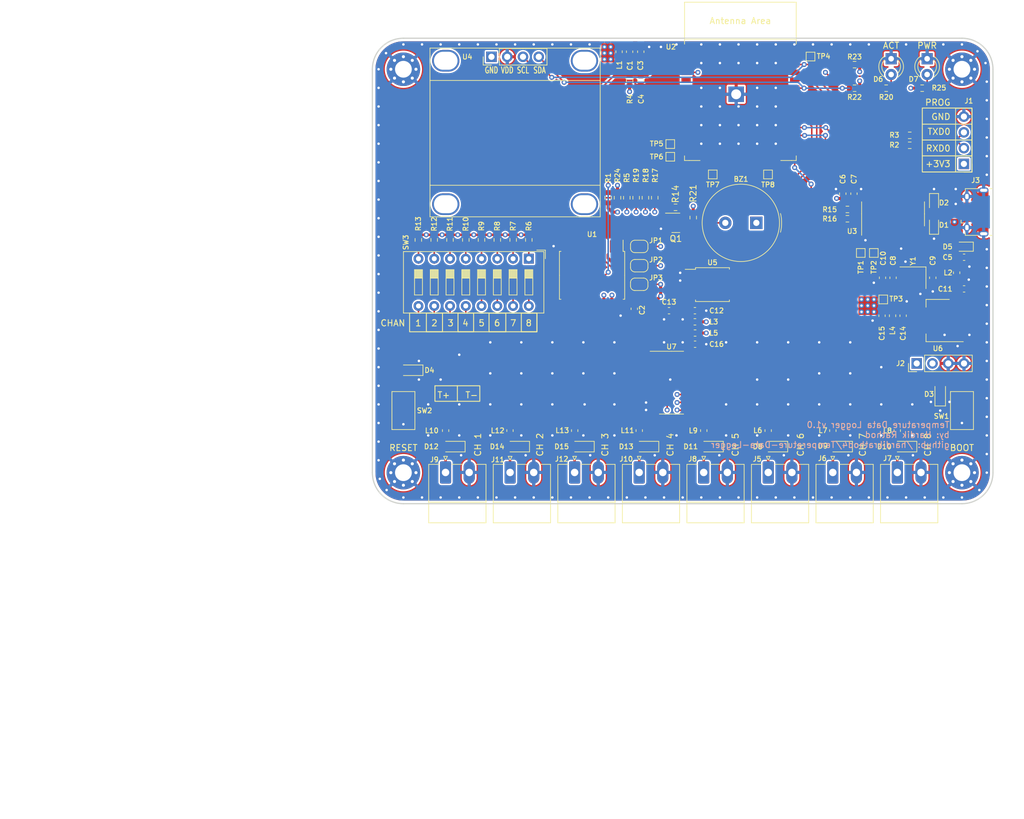
<source format=kicad_pcb>
(kicad_pcb (version 20211014) (generator pcbnew)
  (title_block (title "8 Channel K Thermocouple Temperature Data Logger") (date "2022-01-05") (rev "1.0") (company "OPENSOURCE (MIT License)") (comment 1 "https://github.com/hardikrathod4/Temperature-Data-Logger") (comment 2 "by: Hardik Rathod"))
  (layers (0 "F.Cu" signal) (1 "In1.Cu" signal) (2 "In2.Cu" signal) (31 "B.Cu" signal) (34 "B.Paste" user) (35 "F.Paste" user) (36 "B.SilkS" user "B.Silkscreen") (37 "F.SilkS" user "F.Silkscreen") (38 "B.Mask" user) (39 "F.Mask" user) (44 "Edge.Cuts" user))
  (net 0 "")
  (net 1 "+3V3")
  (net 2 "Net-(BZ1-Pad2)")
  (net 3 "Net-(C1-Pad1)")
  (net 4 "GND")
  (net 5 "/EN")
  (net 6 "+5V")
  (net 7 "Net-(C8-Pad2)")
  (net 8 "Net-(C9-Pad2)")
  (net 9 "Net-(C10-Pad1)")
  (net 10 "Net-(C11-Pad1)")
  (net 11 "Net-(C12-Pad1)")
  (net 12 "Net-(C13-Pad1)")
  (net 13 "Net-(C14-Pad1)")
  (net 14 "Net-(C16-Pad1)")
  (net 15 "Net-(D1-Pad2)")
  (net 16 "Net-(D2-Pad2)")
  (net 17 "/BOOT")
  (net 18 "Net-(D6-Pad2)")
  (net 19 "Net-(D7-Pad2)")
  (net 20 "Net-(D8-Pad2)")
  (net 21 "Net-(D9-Pad2)")
  (net 22 "Net-(D10-Pad2)")
  (net 23 "Net-(D11-Pad2)")
  (net 24 "Net-(D12-Pad2)")
  (net 25 "Net-(D13-Pad2)")
  (net 26 "Net-(D14-Pad2)")
  (net 27 "Net-(D15-Pad2)")
  (net 28 "/RXD0")
  (net 29 "/TXD0")
  (net 31 "/IO2")
  (net 32 "Net-(JP1-Pad2)")
  (net 33 "Net-(JP2-Pad2)")
  (net 34 "Net-(JP3-Pad2)")
  (net 35 "Net-(L6-Pad1)")
  (net 36 "Net-(L7-Pad1)")
  (net 37 "Net-(L8-Pad1)")
  (net 38 "Net-(L9-Pad1)")
  (net 39 "Net-(L10-Pad1)")
  (net 40 "Net-(L11-Pad1)")
  (net 41 "Net-(L12-Pad1)")
  (net 42 "Net-(L13-Pad1)")
  (net 43 "Net-(Q1-Pad1)")
  (net 44 "/IO35")
  (net 45 "Net-(R2-Pad2)")
  (net 46 "Net-(R3-Pad2)")
  (net 47 "/IO33")
  (net 48 "Net-(R5-Pad2)")
  (net 49 "Net-(R6-Pad1)")
  (net 50 "Net-(R7-Pad1)")
  (net 51 "Net-(R8-Pad1)")
  (net 52 "Net-(R9-Pad1)")
  (net 53 "Net-(R10-Pad1)")
  (net 54 "Net-(R11-Pad1)")
  (net 55 "Net-(R12-Pad1)")
  (net 56 "Net-(R13-Pad1)")
  (net 57 "/IO34")
  (net 58 "Net-(R15-Pad1)")
  (net 59 "/ESP_TXD2")
  (net 60 "Net-(R16-Pad1)")
  (net 61 "/ESP_RXD2")
  (net 62 "Net-(R17-Pad1)")
  (net 63 "/IO27")
  (net 64 "Net-(R18-Pad1)")
  (net 65 "/IO26")
  (net 66 "Net-(R19-Pad1)")
  (net 67 "/IO25")
  (net 68 "/IO36")
  (net 69 "/I2C_SDA")
  (net 70 "/I2C_SCL")
  (net 71 "Net-(SW3-Pad9)")
  (net 72 "Net-(SW3-Pad10)")
  (net 73 "Net-(SW3-Pad11)")
  (net 74 "Net-(SW3-Pad12)")
  (net 75 "Net-(SW3-Pad13)")
  (net 76 "Net-(SW3-Pad14)")
  (net 77 "Net-(SW3-Pad15)")
  (net 78 "Net-(SW3-Pad16)")
  (net 88 "/ESP_CSn")
  (net 89 "/ESP_SCK")
  (net 90 "/ESP_MISO")
  (net 92 "Net-(TP4-Pad1)")
  (net 101 "Net-(TP5-Pad1)")
  (net 102 "Net-(TP6-Pad1)")
  (net 103 "Net-(TP7-Pad1)")
  (net 104 "Net-(TP8-Pad1)")
  (footprint "Diode_SMD:D_0603_1608Metric" (layer "F.Cu") (at 180.5 81.5125 -90)
    (fp_text reference "D2")
    (fp_text value "0603ESDA-05N")
  )
  (footprint "Capacitor_SMD:C_0603_1608Metric" (layer "F.Cu") (at 133.25 57.175 90)
    (fp_text reference "C3")
    (fp_text value "100nF")
  )
  (footprint "Connector_PinHeader_2.54mm:PinHeader_1x04_P2.54mm_Vertical" (layer "F.Cu") (at 185.312258 75.25 180)
    (fp_text reference "J1")
    (fp_text value "2.54MM")
  )
  (footprint "Package_TO_SOT_SMD:SOT-223-3_TabPin2" (layer "F.Cu") (at 181.12 100.49 180)
    (fp_text reference "U6")
    (fp_text value "AMS1117-3.3")
  )
  (footprint "TestPoint:TestPoint_Pad_1.0x1.0mm" (layer "F.Cu") (at 138 72.05)
    (fp_text reference "TP5")
    (fp_text value "TP")
  )
  (footprint "Package_SO:SOIC-16_3.9x9.9mm_P1.27mm" (layer "F.Cu") (at 138.2 110.5)
    (fp_text reference "U7")
    (fp_text value "74HC4051")
  )
  (footprint "Buzzer_Beeper:Buzzer_TDK_PS1240P02BT_D12.2mm_H6.5mm" (layer "F.Cu") (at 151.870785 84.75 180)
    (fp_text reference "BZ1")
    (fp_text value "PS1240P02BT")
  )
  (footprint "TestPoint:TestPoint_Pad_1.0x1.0mm" (layer "F.Cu") (at 170.8 89.6 180)
    (fp_text reference "TP2")
    (fp_text value "TP")
  )
  (footprint "Temperature Data Logger:Display_128x64_096_I2C" (layer "F.Cu") (at 113 57.992)
    (fp_text reference "U4")
    (fp_text value "OLED_I2C_0_96IN")
  )
  (footprint "TestPoint:TestPoint_Pad_1.0x1.0mm" (layer "F.Cu") (at 153.75 76.95)
    (fp_text reference "TP8")
    (fp_text value "TP")
  )
  (footprint "Resistor_SMD:R_0603_1608Metric" (layer "F.Cu") (at 134 80.7 -90)
    (fp_text reference "R18")
    (fp_text value "0R")
  )
  (footprint "Capacitor_SMD:C_0603_1608Metric" (layer "F.Cu") (at 167.6 80.05 90)
    (fp_text reference "C7")
    (fp_text value "100nF")
  )
  (footprint "TestPoint:TestPoint_Pad_1.0x1.0mm" (layer "F.Cu") (at 138 74.1)
    (fp_text reference "TP6")
    (fp_text value "TP")
  )
  (footprint "Diode_SMD:D_SOD-323_HandSoldering" (layer "F.Cu") (at 113.425 120.8 180)
    (fp_text reference "D14")
    (fp_text value "UDD32C03L01")
  )
  (footprint "Capacitor_SMD:C_0603_1608Metric" (layer "F.Cu") (at 185.345 95.39)
    (fp_text reference "C11")
    (fp_text value "22uF")
  )
  (footprint "Resistor_SMD:R_0603_1608Metric" (layer "F.Cu") (at 167.7 63.05 180)
    (fp_text reference "R22")
    (fp_text value "4K7")
  )
  (footprint "Inductor_SMD:L_0603_1608Metric" (layer "F.Cu") (at 133 118.225 -90)
    (fp_text reference "L11")
    (fp_text value "600Z 0.2A")
  )
  (footprint "TestPoint:TestPoint_Pad_1.0x1.0mm" (layer "F.Cu") (at 172.32 97.09 180)
    (fp_text reference "TP3")
    (fp_text value "TP")
  )
  (footprint "Connector_Phoenix_MC:PhoenixContact_MC_1,5_2-G-3.81_1x02_P3.81mm_Horizontal" (layer "F.Cu") (at 132.99 124.9675)
    (fp_text reference "J10")
    (fp_text value "KF2EDGR-3.81-2P")
  )
  (footprint "Capacitor_SMD:C_0603_1608Metric" (layer "F.Cu") (at 172.2 93.6 -90)
    (fp_text reference "C10")
    (fp_text value "100nF")
  )
  (footprint "Temperature Data Logger:ESP32-WROOM-32E" (layer "F.Cu") (at 149.3 63.7)
    (fp_text reference "U2")
    (fp_text value "ESP32-WROOM-32E")
  )
  (footprint "Capacitor_SMD:C_0603_1608Metric" (layer "F.Cu") (at 173.9 93.6 -90)
    (fp_text reference "C8")
    (fp_text value "22pF")
  )
  (footprint "Diode_SMD:D_SOD-323_HandSoldering" (layer "F.Cu") (at 165.45 120.8 180)
    (fp_text reference "D9")
    (fp_text value "UDD32C03L01")
  )
  (footprint "Connector_Phoenix_MC:PhoenixContact_MC_1,5_2-G-3.81_1x02_P3.81mm_Horizontal" (layer "F.Cu") (at 153.79 124.9675)
    (fp_text reference "J5")
    (fp_text value "KF2EDGR-3.81-2P")
  )
  (footprint "Diode_SMD:D_SOD-323_HandSoldering" (layer "F.Cu") (at 175.825 120.8 180)
    (fp_text reference "D10")
    (fp_text value "UDD32C03L01")
  )
  (footprint "Inductor_SMD:L_0603_1608Metric" (layer "F.Cu") (at 101.8 118.225 -90)
    (fp_text reference "L10")
    (fp_text value "600Z 0.2A")
  )
  (footprint "Temperature Data Logger:USB_Micro-B_Amphenol_10118194_Horizontal" (layer "F.Cu") (at 187.2 83 90)
    (fp_text reference "J3")
    (fp_text value "10118194-0001LF")
  )
  (footprint "Connector_Phoenix_MC:PhoenixContact_MC_1,5_2-G-3.81_1x02_P3.81mm_Horizontal" (layer "F.Cu") (at 112.19 124.9675)
    (fp_text reference "J11")
    (fp_text value "KF2EDGR-3.81-2P")
  )
  (footprint "Connector_Phoenix_MC:PhoenixContact_MC_1,5_2-G-3.81_1x02_P3.81mm_Horizontal" (layer "F.Cu") (at 164.19 124.9675)
    (fp_text reference "J6")
    (fp_text value "KF2EDGR-3.81-2P")
  )
  (footprint "Package_TO_SOT_SMD:SOT-23" (layer "F.Cu") (at 138.9 84.75)
    (fp_text reference "Q1")
    (fp_text value "SS8050")
  )
  (footprint "Resistor_SMD:R_0603_1608Metric" (layer "F.Cu") (at 112.685 87.5 90)
    (fp_text reference "R7")
    (fp_text value "10K")
  )
  (footprint "Capacitor_SMD:C_0603_1608Metric" (layer "F.Cu") (at 175.52 99.715 90)
    (fp_text reference "C14")
    (fp_text value "22uF")
  )
  (footprint "Button_Switch_THT:SW_DIP_SPSTx08_Slide_9.78x22.5mm_W7.62mm_P2.54mm" (layer "F.Cu") (at 115.21 90.5225 -90)
    (fp_text reference "SW3")
    (fp_text value "VDG-08HG-R")
  )
  (footprint "Inductor_SMD:L_0603_1608Metric" (layer "F.Cu") (at 122.6 118.225 -90)
    (fp_text reference "L13")
    (fp_text value "600Z 0.2A")
  )
  (footprint "Connector_Phoenix_MC:PhoenixContact_MC_1,5_2-G-3.81_1x02_P3.81mm_Horizontal" (layer "F.Cu") (at 101.79 124.9675)
    (fp_text reference "J9")
    (fp_text value "KF2EDGR-3.81-2P")
  )
  (footprint "Resistor_SMD:R_0603_1608Metric" (layer "F.Cu") (at 131.45 61.8 90)
    (fp_text reference "R4")
    (fp_text value "10K")
  )
  (footprint "Resistor_SMD:R_0603_1608Metric" (layer "F.Cu") (at 135.5 80.7 -90)
    (fp_text reference "R17")
    (fp_text value "0R")
  )
  (footprint "Button_Switch_SMD:SW_SPST_CK_RS282G05A3" (layer "F.Cu") (at 95 115 90)
    (fp_text reference "SW2")
    (fp_text value "TS-1101-C-W")
  )
  (footprint "Inductor_SMD:L_0603_1608Metric" (layer "F.Cu") (at 164.2 118.225 -90)
    (fp_text reference "L7")
    (fp_text value "600Z 0.2A")
  )
  (footprint "Inductor_SMD:L_0603_1608Metric" (layer "F.Cu") (at 184.145 92.79 -90)
    (fp_text reference "L2")
    (fp_text value "100Z 3A")
  )
  (footprint "Jumper:SolderJumper-2_P1.3mm_Open_RoundedPad1.0x1.5mm" (layer "F.Cu") (at 133 88.55 180)
    (fp_text reference "JP1")
    (fp_text value "JMP_NO")
  )
  (footprint "Resistor_SMD:R_0603_1608Metric" (layer "F.Cu") (at 131 80.7 90)
    (fp_text reference "R5")
    (fp_text value "0R")
  )
  (footprint "Resistor_SMD:R_0603_1608Metric" (layer "F.Cu") (at 115.21 87.5 90)
    (fp_text reference "R6")
    (fp_text value "10K")
  )
  (footprint "Connector_Phoenix_MC:PhoenixContact_MC_1,5_2-G-3.81_1x02_P3.81mm_Horizontal" (layer "F.Cu") (at 174.59 124.9675)
    (fp_text reference "J7")
    (fp_text value "KF2EDGR-3.81-2P")
  )
  (footprint "Resistor_SMD:R_0603_1608Metric" (layer "F.Cu") (at 99.96 87.5 90)
    (fp_text reference "R12")
    (fp_text value "10K")
  )
  (footprint "Capacitor_SMD:C_0603_1608Metric" (layer "F.Cu") (at 185.345 90.29)
    (fp_text reference "C5")
    (fp_text value "22uF")
  )
  (footprint "Resistor_SMD:R_0603_1608Metric" (layer "F.Cu") (at 176.587258 72.25 180)
    (fp_text reference "R2")
    (fp_text value "0R")
  )
  (footprint "Resistor_SMD:R_0603_1608Metric" (layer "F.Cu") (at 97.41 87.5 90)
    (fp_text reference "R13")
    (fp_text value "10K")
  )
  (footprint "LED_THT:LED_D3.0mm_Clear" (layer "F.Cu") (at 173.59 58.305 -90)
    (fp_text reference "D6")
    (fp_text value "GREEN")
  )
  (footprint "TestPoint:TestPoint_Pad_1.0x1.0mm" (layer "F.Cu") (at 168.7 89.6 180)
    (fp_text reference "TP1")
    (fp_text value "TP")
  )
  (footprint "Resistor_SMD:R_0603_1608Metric" (layer "F.Cu") (at 172.79 63.045)
    (fp_text reference "R20")
    (fp_text value "120R")
  )
  (footprint "Resistor_SMD:R_0603_1608Metric" (layer "F.Cu") (at 132.5 80.7 -90)
    (fp_text reference "R19")
    (fp_text value "0R")
  )
  (footprint "Temperature Data Logger:SOIC-8_5.23x5.23mm_P1.27mm" (layer "F.Cu") (at 144.8 94.7)
    (fp_text reference "U5")
    (fp_text value "MAX6675")
  )
  (footprint "Package_SO:SOIC-16W_7.5x10.3mm_P1.27mm" (layer "F.Cu") (at 125.4 93.2 -90)
    (fp_text reference "U1")
    (fp_text value "HT8574BRWZ")
  )
  (footprint "Jumper:SolderJumper-2_P1.3mm_Open_RoundedPad1.0x1.5mm" (layer "F.Cu") (at 133 91.65 180)
    (fp_text reference "JP2")
    (fp_text value "JMP_NO")
  )
  (footprint "LED_THT:LED_D3.0mm_Clear" (layer "F.Cu") (at 179.39 58.305 -90)
    (fp_text reference "D7")
    (fp_text value "GREEN")
  )
  (footprint "Diode_SMD:D_0603_1608Metric" (layer "F.Cu") (at 180.5 85.1 90)
    (fp_text reference "D1")
    (fp_text value "0603ESDA-05N")
  )
  (footprint "Diode_SMD:D_SOD-323_HandSoldering" (layer "F.Cu") (at 181.5 112.35 90)
    (fp_text reference "D3")
    (fp_text value "UDD32C03L01")
  )
  (footprint "Capacitor_SMD:C_0603_1608Metric" (layer "F.Cu") (at 131.45 57.175 90)
    (fp_text reference "C1")
    (fp_text value "22uF")
  )
  (footprint "Capacitor_SMD:C_0603_1608Metric" (layer "F.Cu") (at 141.975 98.9)
    (fp_text reference "C12")
    (fp_text value "100nF")
  )
  (footprint "Diode_SMD:D_SOD-323_HandSoldering" (layer "F.Cu") (at 103.05 120.8 180)
    (fp_text reference "D12")
    (fp_text value "UDD32C03L01")
  )
  (footprint "Diode_SMD:D_SOD-323_HandSoldering" (layer "F.Cu") (at 123.85 120.8 180)
    (fp_text reference "D15")
    (fp_text value "UDD32C03L01")
  )
  (footprint "MountingHole:MountingHole_2.7mm_M2.5_Pad_Via" (layer "F.Cu") (at 185 125)
    (fp_text reference "H2" hide)
    (fp_text value "2.5MM")
  )
  (footprint "Inductor_SMD:L_0603_1608Metric" (layer "F.Cu") (at 141.975 100.7)
    (fp_text reference "L3")
    (fp_text value "600Z 0.2A")
  )
  (footprint "Connector_Phoenix_MC:PhoenixContact_MC_1,5_2-G-3.81_1x02_P3.81mm_Horizontal" (layer "F.Cu") (at 122.59 124.9675)
    (fp_text reference "J12")
    (fp_text value "KF2EDGR-3.81-2P")
  )
  (footprint "Capacitor_SMD:C_0603_1608Metric" (layer "F.Cu") (at 133.25 61.8 -90)
    (fp_text reference "C4")
    (fp_text value "100nF")
  )
  (footprint "Crystal:Crystal_SMD_SeikoEpson_FA238V-4Pin_3.2x2.5mm" (layer "F.Cu") (at 177.1 93.6 180)
    (fp_text reference "Y1")
    (fp_text value "12MHz")
  )
  (footprint "Resistor_SMD:R_0603_1608Metric" (layer "F.Cu") (at 107.585 87.5 90)
    (fp_text reference "R9")
    (fp_text value "10K")
  )
  (footprint "TestPoint:TestPoint_Pad_1.0x1.0mm" (layer "F.Cu") (at 144.85 76.95)
    (fp_text reference "TP7")
    (fp_text value "TP")
  )
  (footprint "MountingHole:MountingHole_2.7mm_M2.5_Pad_Via" (layer "F.Cu") (at 185 60)
    (fp_text reference "H3" hide)
    (fp_text value "2.5MM")
  )
  (footprint "Inductor_SMD:L_0603_1608Metric" (layer "F.Cu") (at 153.775 118.225 -90)
    (fp_text reference "L6")
    (fp_text value "600Z 0.2A")
  )
  (footprint "Diode_SMD:D_SOD-323_HandSoldering" (layer "F.Cu") (at 96.25 108.5 180)
    (fp_text reference "D4")
    (fp_text value "UDD32C03L01")
  )
  (footprint "Resistor_SMD:R_0603_1608Metric" (layer "F.Cu") (at 129.5 80.7 -90)
    (fp_text reference "R24")
    (fp_text value "10K")
  )
  (footprint "Package_SO:SOIC-16_3.9x9.9mm_P1.27mm" (layer "F.Cu") (at 173.9 83.3 90)
    (fp_text reference "U3")
    (fp_text value "CH340G")
  )
  (footprint "Capacitor_SMD:C_0603_1608Metric" (layer "F.Cu") (at 142 104.3)
    (fp_text reference "C16")
    (fp_text value "100nF")
  )
  (footprint "Capacitor_SMD:C_0603_1608Metric" (layer "F.Cu") (at 132.2 98.6 -90)
    (fp_text reference "C2")
    (fp_text value "100nF")
  )
  (footprint "Capacitor_SMD:C_0603_1608Metric" (layer "F.Cu") (at 137.8 98.9 180)
    (fp_text reference "C13")
    (fp_text value "100nF")
  )
  (footprint "Button_Switch_SMD:SW_SPST_CK_RS282G05A3" (layer "F.Cu") (at 185 115 90)
    (fp_text reference "SW1")
    (fp_text value "TS-1101-C-W")
  )
  (footprint "Resistor_SMD:R_0603_1608Metric" (layer "F.Cu") (at 167.7 59.25 180)
    (fp_text reference "R23")
    (fp_text value "4K7")
  )
  (footprint "Diode_SMD:D_0603_1608Metric" (layer "F.Cu") (at 185.345 88.59 180)
    (fp_text reference "D5")
    (fp_text value "0603ESDA-05N")
  )
  (footprint "Connector_PinHeader_2.54mm:PinHeader_1x04_P2.54mm_Vertical" (layer "F.Cu") (at 177.712258 107.4 90)
    (fp_text reference "J2")
    (fp_text value "2.54MM")
  )
  (footprint "Jumper:SolderJumper-2_P1.3mm_Open_RoundedPad1.0x1.5mm" (layer "F.Cu") (at 133 94.65 180)
    (fp_text reference "JP3")
    (fp_text value "JMP_NO")
  )
  (footprint "Capacitor_SMD:C_0603_1608Metric" (layer "F.Cu") (at 180.3 93.6 90)
    (fp_text reference "C9")
    (fp_text value "22pF")
  )
  (footprint "Inductor_SMD:L_0603_1608Metric" (layer "F.Cu") (at 173.82 99.715 90)
    (fp_text reference "L4")
    (fp_text value "100Z 3A")
  )
  (footprint "Resistor_SMD:R_0603_1608Metric" (layer "F.Cu") (at 102.51 87.5 90)
    (fp_text reference "R11")
    (fp_text value "10K")
  )
  (footprint "Resistor_SMD:R_0603_1608Metric" (layer "F.Cu") (at 176.587258 70.65 180)
    (fp_text reference "R3")
    (fp_text value "0R")
  )
  (footprint "MountingHole:MountingHole_2.7mm_M2.5_Pad_Via" (layer "F.Cu") (at 95 125)
    (fp_text reference "H1" hide)
    (fp_text value "2.5MM")
  )
  (footprint "Connector_Phoenix_MC:PhoenixContact_MC_1,5_2-G-3.81_1x02_P3.81mm_Horizontal" (layer "F.Cu") (at 143.39 124.9675)
    (fp_text reference "J8")
    (fp_text value "KF2EDGR-3.81-2P")
  )
  (footprint "Diode_SMD:D_SOD-323_HandSoldering" (layer "F.Cu") (at 134.25 120.8 180)
    (fp_text reference "D13")
    (fp_text value "UDD32C03L01")
  )
  (footprint "Capacitor_SMD:C_0603_1608Metric" (layer "F.Cu") (at 165.8 80.05 90)
    (fp_text reference "C6")
    (fp_text value "22uF")
  )
  (footprint "TestPoint:TestPoint_Pad_1.0x1.0mm" (layer "F.Cu") (at 160.6 57.95)
    (fp_text reference "TP4")
    (fp_text value "TP")
  )
  (footprint "Resistor_SMD:R_0603_1608Metric" (layer "F.Cu") (at 141.7 83.9 -90)
    (fp_text reference "R21")
    (fp_text value "1K")
  )
  (footprint "Resistor_SMD:R_0603_1608Metric" (layer "F.Cu") (at 166.545 84.09)
    (fp_text reference "R16")
    (fp_text value "0R")
  )
  (footprint "Resistor_SMD:R_0603_1608Metric" (layer "F.Cu") (at 138.85 82.25 180)
    (fp_text reference "R14")
    (fp_text value "220R")
  )
  (footprint "Resistor_SMD:R_0603_1608Metric" (layer "F.Cu") (at 166.545 82.59)
    (fp_text reference "R15")
    (fp_text value "0R")
  )
  (footprint "Diode_SMD:D_SOD-323_HandSoldering" (layer "F.Cu") (at 144.65 120.8 180)
    (fp_text reference "D11")
    (fp_text value "UDD32C03L01")
  )
  (footprint "Inductor_SMD:L_0603_1608Metric" (layer "F.Cu") (at 143.4 118.225 -90)
    (fp_text reference "L9")
    (fp_text value "600Z 0.2A")
  )
  (footprint "Inductor_SMD:L_0603_1608Metric" (layer "F.Cu") (at 129.75 57.175 -90)
    (fp_text reference "L1")
    (fp_text value "100Z 3A")
  )
  (footprint "Resistor_SMD:R_0603_1608Metric" (layer "F.Cu") (at 105.06 87.5 90)
    (fp_text reference "R10")
    (fp_text value "10K")
  )
  (footprint "Resistor_SMD:R_0603_1608Metric" (layer "F.Cu") (at 178.59 63.045)
    (fp_text reference "R25")
    (fp_text value "120R")
  )
  (footprint "Capacitor_SMD:C_0603_1608Metric" (layer "F.Cu") (at 172.12 99.715 -90)
    (fp_text reference "C15")
    (fp_text value "22uF")
  )
  (footprint "Inductor_SMD:L_0603_1608Metric" (layer "F.Cu") (at 174.575 118.225 -90)
    (fp_text reference "L8")
    (fp_text value "600Z 0.2A")
  )
  (footprint "Resistor_SMD:R_0603_1608Metric" (layer "F.Cu") (at 110.135 87.5 90)
    (fp_text reference "R8")
    (fp_text value "10K")
  )
  (footprint "Resistor_SMD:R_0603_1608Metric" (layer "F.Cu") (at 128 80.7 90)
    (fp_text reference "R1")
    (fp_text value "10K")
  )
  (footprint "MountingHole:MountingHole_2.7mm_M2.5_Pad_Via" (layer "F.Cu") (at 95 60)
    (fp_text reference "H4" hide)
    (fp_text value "2.5MM")
  )
  (footprint "Inductor_SMD:L_0603_1608Metric" (layer "F.Cu") (at 112.175 118.225 -90)
    (fp_text reference "L12")
    (fp_text value "600Z 0.2A")
  )
  (footprint "Inductor_SMD:L_0603_1608Metric" (layer "F.Cu") (at 142 102.5 180)
    (fp_text reference "L5")
    (fp_text value "600Z 0.2A")
  )
  (footprint "Diode_SMD:D_SOD-323_HandSoldering" (layer "F.Cu") (at 155.025 120.8 180)
    (fp_text reference "D8")
    (fp_text value "UDD32C03L01")
  )
  (gr_rect (start 116.53 99.2825) (end 96 102.3) (layer "F.SilkS") (width 0.15) (fill none))
  (gr_rect (start 108.8 99.3) (end 111.5 102.3) (layer "F.SilkS") (width 0.15) (fill none))
  (gr_line (start 103.695 113.5) (end 103.695 111) (layer "F.SilkS") (width 0.15))
  (gr_rect (start 186.612258 66.25) (end 178.612258 76.55) (layer "F.SilkS") (width 0.15) (fill none))
  (gr_line (start 186.612258 68.85) (end 178.612258 68.85) (layer "F.SilkS") (width 0.15))
  (gr_rect (start 100.08 113.5) (end 107.31 111) (layer "F.SilkS") (width 0.15) (fill none))
  (gr_rect (start 98.7 99.3) (end 101.3 102.3) (layer "F.SilkS") (width 0.15) (fill none))
  (gr_line (start 186.612258 73.95) (end 178.612258 73.95) (layer "F.SilkS") (width 0.15))
  (gr_rect (start 114 99.3) (end 116.5 102.3) (layer "F.SilkS") (width 0.15) (fill none))
  (gr_line (start 186.612258 71.4) (end 178.612258 71.4) (layer "F.SilkS") (width 0.15))
  (gr_rect (start 103.8 99.3) (end 106.315 102.3) (layer "F.SilkS") (width 0.15) (fill none))
  (gr_line (start 183.982258 73.98) (end 183.982258 76.54) (layer "F.SilkS") (width 0.15))
  (gr_line (start 190 125) (end 190 60) (layer "Edge.Cuts") (width 0.2))
  (gr_line (start 90 60) (end 90 125) (layer "Edge.Cuts") (width 0.2))
  (gr_arc (start 90.000003 60) (mid 91.464469 56.464466) (end 95.000003 55) (layer "Edge.Cuts") (width 0.2))
  (gr_arc (start 189.999997 125) (mid 188.535531 128.535534) (end 184.999997 130) (layer "Edge.Cuts") (width 0.2))
  (gr_line (start 95 130) (end 185 130) (layer "Edge.Cuts") (width 0.2))
  (gr_line (start 185 55) (end 95 55) (layer "Edge.Cuts") (width 0.2))
  (gr_arc (start 95 130) (mid 91.464466 128.535534) (end 90 125) (layer "Edge.Cuts") (width 0.2))
  (gr_arc (start 185 55.000003) (mid 188.535534 56.464469) (end 190 60.000003) (layer "Edge.Cuts") (width 0.2))
  (gr_text "Temperature Data Logger v1.0\nby: Hardik Rathod\ngithub: /hardikrathod4/Temperature-Data-Logger" (at 183.1 118.9) (layer "B.SilkS") (effects (font (size 1 1)) (justify left mirror)))
  (gr_text "CH 8" (at 179.5 120.5 90) (layer "F.SilkS") (effects (font (size 1 1))))
  (gr_text "BOOT" (at 185 121) (layer "F.SilkS") (effects (font (size 1 1))))
  (gr_text "TXD0" (at 181.302734 70.05) (layer "F.SilkS") (effects (font (size 1 1))))
  (gr_text "3" (at 102.6 100.9) (layer "F.SilkS") (effects (font (size 1 1))))
  (gr_text "ACT" (at 173.59 56.18) (layer "F.SilkS") (effects (font (size 1 1))))
  (gr_text "4" (at 105 100.9) (layer "F.SilkS") (effects (font (size 1 1))))
  (gr_text "CH 2" (at 117 120.5 90) (layer "F.SilkS") (effects (font (size 1 1))))
  (gr_text "CH 5" (at 148.5 120.5 90) (layer "F.SilkS") (effects (font (size 1 1))))
  (gr_text "5" (at 107.6 100.9) (layer "F.SilkS") (effects (font (size 1 1))))
  (gr_text "CH 6" (at 159 120.5 90) (layer "F.SilkS") (effects (font (size 1 1))))
  (gr_text "T-" (at 106 112.5) (layer "F.SilkS") (effects (font (size 1 1))))
  (gr_text "PWR" (at 179.39 56.18) (layer "F.SilkS") (effects (font (size 1 1))))
  (gr_text "2" (at 100 100.9) (layer "F.SilkS") (effects (font (size 1 1))))
  (gr_text "1" (at 97.4 100.9) (layer "F.SilkS") (effects (font (size 1 1))))
  (gr_text "PROG" (at 181.112258 65.35) (layer "F.SilkS") (effects (font (size 1 1))))
  (gr_text "RESET" (at 95 121) (layer "F.SilkS") (effects (font (size 1 1))))
  (gr_text "7" (at 112.7 100.9) (layer "F.SilkS") (effects (font (size 1 1))))
  (gr_text "6" (at 110.1 100.9) (layer "F.SilkS") (effects (font (size 1 1))))
  (gr_text "GND" (at 181.612258 67.65) (layer "F.SilkS") (effects (font (size 1 1))))
  (gr_text "CH 4" (at 138 120.5 90) (layer "F.SilkS") (effects (font (size 1 1))))
  (gr_text "CH 7" (at 169 120.5 90) (layer "F.SilkS") (effects (font (size 1 1))))
  (gr_text "T+" (at 101.5 112.5) (layer "F.SilkS") (effects (font (size 1 1))))
  (gr_text "CH 1" (at 107 120.5 90) (layer "F.SilkS") (effects (font (size 1 1))))
  (gr_text "CHAN" (at 93.3 100.9) (layer "F.SilkS") (effects (font (size 1 1))))
  (gr_text "+3V3" (at 181.136068 75.25) (layer "F.SilkS") (effects (font (size 1 1))))
  (gr_text "RXD0" (at 181.183687 72.75) (layer "F.SilkS") (effects (font (size 1 1))))
  (gr_text "CH 3" (at 127.5 120.5 90) (layer "F.SilkS") (effects (font (size 1 1))))
  (gr_text "8" (at 115.2 100.9) (layer "F.SilkS") (effects (font (size 1 1))))
  (segment (start 135.175 97.825) (end 136.45 96.55) (width 0.5) (layer "F.Cu") (net 1))
  (segment (start 142.7625 100.7) (end 143.8 100.7) (width 0.5) (layer "F.Cu") (net 1))
  (segment (start 177.765 63.045) (end 176.755 63.045) (width 0.5) (layer "F.Cu") (net 1))
  (segment (start 133.65 88.55) (end 136.45 88.55) (width 0.25) (layer "F.Cu") (net 1))
  (segment (start 136.45 96.55) (end 136.45 94.65) (width 0.5) (layer "F.Cu") (net 1))
  (segment (start 106.335 86.675) (end 103.76 86.675) (width 0.4) (layer "F.Cu") (net 1))
  (segment (start 101.235 86.675) (end 98.685 86.675) (width 0.4) (layer "F.Cu") (net 1))
  (segment (start 131.45 63.6) (end 131.45 62.625) (width 0.5) (layer "F.Cu") (net 1))
  (segment (start 172.32 98.74) (end 172.12 98.94) (width 0.5) (layer "F.Cu") (net 1))
  (segment (start 128.62 83.02) (end 129.5 83.02) (width 0.5) (layer "F.Cu") (net 1))
  (segment (start 128 82.4) (end 128.61 83.01) (width 0.5) (layer "F.Cu") (net 1))
  (segment (start 98.685 86.675) (end 97.41 86.675) (width 0.4) (layer "F.Cu") (net 1))
  (segment (start 108.86 86.675) (end 106.335 86.675) (width 0.4) (layer "F.Cu") (net 1))
  (segment (start 128 81.525) (end 128 82.4) (width 0.5) (layer "F.Cu") (net 1))
  (segment (start 133.65 94.65) (end 136.45 94.65) (width 0.25) (layer "F.Cu") (net 1))
  (segment (start 142.7875 102.5) (end 143.8 102.5) (width 0.5) (layer "F.Cu") (net 1))
  (segment (start 132.175 97.85) (end 132.2 97.825) (width 0.5) (layer "F.Cu") (net 1))
  (segment (start 113.96 86.675) (end 111.41 86.675) (width 0.4) (layer "F.Cu") (net 1))
  (segment (start 129.5 79.875) (end 129.5 78.7) (width 0.5) (layer "F.Cu") (net 1))
  (segment (start 141.7 83.075) (end 141.7 82.05) (width 0.5) (layer "F.Cu") (net 1))
  (segment (start 132.2 97.825) (end 135.175 97.825) (width 0.5) (layer "F.Cu") (net 1))
  (segment (start 111.41 86.675) (end 108.86 86.675) (width 0.4) (layer "F.Cu") (net 1))
  (segment (start 172.32 97.09) (end 172.32 98.74) (width 0.5) (layer "F.Cu") (net 1))
  (segment (start 128.61 83.01) (end 128.62 83.02) (width 0.5) (layer "F.Cu") (net 1))
  (segment (start 103.76 86.675) (end 101.235 86.675) (width 0.4) (layer "F.Cu") (net 1))
  (segment (start 168.525 63.05) (end 168.525 61.875) (width 0.5) (layer "F.Cu") (net 1))
  (segment (start 168.525 60.475) (end 168.525 59.25) (width 0.5) (layer "F.Cu") (net 1))
  (segment (start 115.21 86.675) (end 113.96 86.675) (width 0.4) (layer "F.Cu") (net 1))
  (segment (start 129.845 97.85) (end 132.175 97.85) (width 0.5) (layer "F.Cu") (net 1))
  (segment (start 133.65 91.65) (end 136.45 91.65) (width 0.25) (layer "F.Cu") (net 1))
  (via (at 113.96 86.675) (size 0.8) (drill 0.4) (layers "F.Cu" "B.Cu") (net 1))
  (via (at 168.525 60.4) (size 0.8) (drill 0.4) (layers "F.Cu" "B.Cu") (net 1))
  (via (at 129.5 83.02) (size 0.8) (drill 0.4) (layers "F.Cu" "B.Cu") (net 1))
  (via (at 106.335 86.675) (size 0.8) (drill 0.4) (layers "F.Cu" "B.Cu") (net 1))
  (via (at 127.4 57.4) (size 0.8) (drill 0.4) (layers "F.Cu" "B.Cu") (net 1))
  (via (at 128.4 57.4) (size 0.8) (drill 0.4) (layers "F.Cu" "B.Cu") (net 1))
  (via (at 136.45 91.65) (size 0.8) (drill 0.4) (layers "F.Cu" "B.Cu") (net 1))
  (via (at 127.4 56.4) (size 0.8) (drill 0.4) (layers "F.Cu" "B.Cu") (net 1))
  (via (at 111.41 86.675) (size 0.8) (drill 0.4) (layers "F.Cu" "B.Cu") (net 1))
  (via (at 169.82 98.09) (size 0.8) (drill 0.4) (layers "F.Cu" "B.Cu") (net 1))
  (via (at 103.76 86.675) (size 0.8) (drill 0.4) (layers "F.Cu" "B.Cu") (net 1))
  (via (at 136.45 88.55) (size 0.8) (drill 0.4) (layers "F.Cu" "B.Cu") (net 1))
  (via (at 129.5 78.7) (size 0.8) (drill 0.4) (layers "F.Cu" "B.Cu") (net 1))
  (via (at 168.82 97.09) (size 0.8) (drill 0.4) (layers "F.Cu" "B.Cu") (net 1))
  (via (at 136.45 94.65) (size 0.8) (drill 0.4) (layers "F.Cu" "B.Cu") (net 1))
  (via (at 170.82 97.09) (size 0.8) (drill 0.4) (layers "F.Cu" "B.Cu") (net 1))
  (via (at 143.8 102.5) (size 0.8) (drill 0.4) (layers "F.Cu" "B.Cu") (net 1))
  (via (at 169.82 99.09) (size 0.8) (drill 0.4) (layers "F.Cu" "B.Cu") (net 1))
  (via (at 169.82 97.09) (size 0.8) (drill 0.4) (layers "F.Cu" "B.Cu") (net 1))
  (via (at 168.82 98.09) (size 0.8) (drill 0.4) (layers "F.Cu" "B.Cu") (net 1))
  (via (at 170.82 99.09) (size 0.8) (drill 0.4) (layers "F.Cu" "B.Cu") (net 1))
  (via (at 141.7 82.05) (size 0.8) (drill 0.4) (layers "F.Cu" "B.Cu") (net 1))
  (via (at 176.755 63.045) (size 0.8) (drill 0.4) (layers "F.Cu" "B.Cu") (net 1))
  (via (at 168.525 61.875) (size 0.8) (drill 0.4) (layers "F.Cu" "B.Cu") (net 1))
  (via (at 128.4 58.4) (size 0.8) (drill 0.4) (layers "F.Cu" "B.Cu") (net 1))
  (via (at 128.4 56.4) (size 0.8) (drill 0.4) (layers "F.Cu" "B.Cu") (net 1))
  (via (at 127.4 58.4) (size 0.8) (drill 0.4) (layers "F.Cu" "B.Cu") (net 1))
  (via (at 101.235 86.675) (size 0.8) (drill 0.4) (layers "F.Cu" "B.Cu") (net 1))
  (via (at 131.45 63.6) (size 0.8) (drill 0.4) (layers "F.Cu" "B.Cu") (net 1))
  (via (at 136.45 96.55) (size 0.8) (drill 0.4) (layers "F.Cu" "B.Cu") (net 1))
  (via (at 170.82 98.09) (size 0.8) (drill 0.4) (layers "F.Cu" "B.Cu") (net 1))
  (via (at 143.8 100.7) (size 0.8) (drill 0.4) (layers "F.Cu" "B.Cu") (net 1))
  (via (at 108.86 86.675) (size 0.8) (drill 0.4) (layers "F.Cu" "B.Cu") (net 1))
  (via (at 168.82 99.09) (size 0.8) (drill 0.4) (layers "F.Cu" "B.Cu") (net 1))
  (via (at 98.685 86.675) (size 0.8) (drill 0.4) (layers "F.Cu" "B.Cu") (net 1))
  (segment (start 139.8375 84.75) (end 146.870785 84.75) (width 0.25) (layer "F.Cu") (net 2))
  (segment (start 140.55 57.96) (end 129.7525 57.96) (width 0.9) (layer "F.Cu") (net 3))
  (segment (start 129.7525 57.96) (end 129.75 57.9625) (width 0.9) (layer "F.Cu") (net 3))
  (segment (start 134.6 56.4) (end 136.5 56.4) (width 0.9) (layer "F.Cu") (net 4))
  (segment (start 131.45 56.4) (end 134.6 56.4) (width 0.9) (layer "F.Cu") (net 4))
  (via (at 166.7 122.2) (size 0.8) (drill 0.4) (layers "F.Cu" "B.Cu") (net 4))
  (via (at 152 104) (size 0.8) (drill 0.4) (layers "F.Cu" "B.Cu") (net 4))
  (via (at 180.5 87.3) (size 0.8) (drill 0.4) (layers "F.Cu" "B.Cu") (net 4))
  (via (at 104 129) (size 0.8) (drill 0.4) (layers "F.Cu" "B.Cu") (net 4))
  (via (at 143.8 104.3) (size 0.8) (drill 0.4) (layers "F.Cu" "B.Cu") (net 4))
  (via (at 139.6 92.8) (size 0.8) (drill 0.4) (layers "F.Cu" "B.Cu") (net 4))
  (via (at 155 66) (size 0.8) (drill 0.4) (layers "F.Cu" "B.Cu") (net 4))
  (via (at 130 99.7) (size 0.8) (drill 0.4) (layers "F.Cu" "B.Cu") (net 4))
  (via (at 189 71) (size 0.8) (drill 0.4) (layers "F.Cu" "B.Cu") (net 4))
  (via (at 172 108) (size 0.8) (drill 0.4) (layers "F.Cu" "B.Cu") (net 4))
  (via (at 143.8 98.9) (size 0.8) (drill 0.4) (layers "F.Cu" "B.Cu") (net 4))
  (via (at 99 119) (size 0.8) (drill 0.4) (layers "F.Cu" "B.Cu") (net 4))
  (via (at 91 111) (size 0.8) (drill 0.4) (layers "F.Cu" "B.Cu") (net 4))
  (via (at 104.3 122.2) (size 0.8) (drill 0.4) (layers "F.Cu" "B.Cu") (net 4))
  (via (at 114 119) (size 0.8) (drill 0.4) (layers "F.Cu" "B.Cu") (net 4))
  (via (at 167 129) (size 0.8) (drill 0.4) (layers "F.Cu" "B.Cu") (net 4))
  (via (at 124 104) (size 0.8) (drill 0.4) (layers "F.Cu" "B.Cu") (net 4))
  (via (at 189 119) (size 0.8) (drill 0.4) (layers "F.Cu" "B.Cu") (net 4))
  (via (at 91 123) (size 0.8) (drill 0.4) (layers "F.Cu" "B.Cu") (net 4))
  (via (at 143 56) (size 0.8) (drill 0.4) (layers "F.Cu" "B.Cu") (net 4))
  (via (at 149 56) (size 0.8) (drill 0.4) (layers "F.Cu" "B.Cu") (net 4))
  (via (at 124.2 114) (size 0.8) (drill 0.4) (layers "F.Cu" "B.Cu") (net 4))
  (via (at 168.75 79.3) (size 0.8) (drill 0.4) (layers "F.Cu" "B.Cu") (net 4))
  (via (at 134.6 56.4) (size 0.8) (drill 0.4) (layers "F.Cu" "B.Cu") (net 4))
  (via (at 95 56) (size 0.8) (drill 0.4) (layers "F.Cu" "B.Cu") (net 4))
  (via (at 107 129) (size 0.8) (drill 0.4) (layers "F.Cu" "B.Cu") (net 4))
  (via (at 91 120) (size 0.8) (drill 0.4) (layers "F.Cu" "B.Cu") (net 4))
  (via (at 156.3 122.2) (size 0.8) (drill 0.4) (layers "F.Cu" "B.Cu") (net 4))
  (via (at 109 114) (size 0.8) (drill 0.4) (layers "F.Cu" "B.Cu") (net 4))
  (via (at 143 72) (size 0.8) (drill 0.4) (layers "F.Cu" "B.Cu") (net 4))
  (via (at 122 56) (size 0.8) (drill 0.4) (layers "F.Cu" "B.Cu") (net 4))
  (via (at 125 129) (size 0.8) (drill 0.4) (layers "F.Cu" "B.Cu") (net 4))
  (via (at 99 114) (size 0.8) (drill 0.4) (layers "F.Cu" "B.Cu") (net 4))
  (via (at 175.9 91) (size 0.8) (drill 0.4) (layers "F.Cu" "B.Cu") (net 4))
  (via (at 91 87) (size 0.8) (drill 0.4) (layers "F.Cu" "B.Cu") (net 4))
  (via (at 158 56) (size 0.8) (drill 0.4) (layers "F.Cu" "B.Cu") (net 4))
  (via (at 129 104) (size 0.8) (drill 0.4) (layers "F.Cu" "B.Cu") (net 4))
  (via (at 114 114) (size 0.8) (drill 0.4) (layers "F.Cu" "B.Cu") (net 4))
  (via (at 189 110) (size 0.8) (drill 0.4) (layers "F.Cu" "B.Cu") (net 4))
  (via (at 95 117.2) (size 0.8) (drill 0.4) (layers "F.Cu" "B.Cu") (net 4))
  (via (at 158 129) (size 0.8) (drill 0.4) (layers "F.Cu" "B.Cu") (net 4))
  (via (at 162 119) (size 0.8) (drill 0.4) (layers "F.Cu" "B.Cu") (net 4))
  (via (at 186.2 102.8) (size 0.8) (drill 0.4) (layers "F.Cu" "B.Cu") (net 4))
  (via (at 167 109) (size 0.8) (drill 0.4) (layers "F.Cu" "B.Cu") (net 4))
  (via (at 179 129) (size 0.8) (drill 0.4) (layers "F.Cu" "B.Cu") (net 4))
  (via (at 182 56) (size 0.8) (drill 0.4) (layers "F.Cu" "B.Cu") (net 4))
  (via (at 164.7 79.3) (size 0.8) (drill 0.4) (layers "F.Cu" "B.Cu") (net 4))
  (via (at 91 66) (size 0.8) (drill 0.4) (layers "F.Cu" "B.Cu") (net 4))
  (via (at 129 109) (size 0.8) (drill 0.4) (layers "F.Cu" "B.Cu") (net 4))
  (via (at 91 72) (size 0.8) (drill 0.4) (layers "F.Cu" "B.Cu") (net 4))
  (via (at 139 119) (size 0.8) (drill 0.4) (layers "F.Cu" "B.Cu") (net 4))
  (via (at 182.2 102.8) (size 0.8) (drill 0.4) (layers "F.Cu" "B.Cu") (net 4))
  (via (at 116 56) (size 0.8) (drill 0.4) (layers "F.Cu" "B.Cu") (net 4))
  (via (at 173 129) (size 0.8) (drill 0.4) (layers "F.Cu" "B.Cu") (net 4))
  (via (at 134.1 113.7) (size 0.8) (drill 0.4) (layers "F.Cu" "B.Cu") (net 4))
  (via (at 110 129) (size 0.8) (drill 0.4) (layers "F.Cu" "B.Cu") (net 4))
  (via (at 167 119) (size 0.8) (drill 0.4) (layers "F.Cu" "B.Cu") (net 4))
  (via (at 101 56) (size 0.8) (drill 0.4) (layers "F.Cu" "B.Cu") (net 4))
  (via (at 137 129) (size 0.8) (drill 0.4) (layers "F.Cu" "B.Cu") (net 4))
  (via (at 176.1 97.4) (size 0.8) (drill 0.4) (layers "F.Cu" "B.Cu") (net 4))
  (via (at 119 56) (size 0.8) (drill 0.4) (layers "F.Cu" "B.Cu") (net 4))
  (via (at 189 77) (size 0.8) (drill 0.4) (layers "F.Cu" "B.Cu") (net 4))
  (via (at 98 129) (size 0.8) (drill 0.4) (layers "F.Cu" "B.Cu") (net 4))
  (via (at 125.1 122.2) (size 0.8) (drill 0.4) (layers "F.Cu" "B.Cu") (net 4))
  (via (at 176 56) (size 0.8) (drill 0.4) (layers "F.Cu" "B.Cu") (net 4))
  (via (at 136.5 85.7) (size 0.8) (drill 0.4) (layers "F.Cu" "B.Cu") (net 4))
  (via (at 113 129) (size 0.8) (drill 0.4) (layers "F.Cu" "B.Cu") (net 4))
  (via (at 91 99) (size 0.8) (drill 0.4) (layers "F.Cu" "B.Cu") (net 4))
  (via (at 187.5 57.1) (size 0.8) (drill 0.4) (layers "F.Cu" "B.Cu") (net 4))
  (via (at 146 59) (size 0.8) (drill 0.4) (layers "F.Cu" "B.Cu") (net 4))
  (via (at 124 119) (size 0.8) (drill 0.4) (layers "F.Cu" "B.Cu") (net 4))
  (via (at 189 107) (size 0.8) (drill 0.4) (layers "F.Cu" "B.Cu") (net 4))
  (via (at 119 109) (size 0.8) (drill 0.4) (layers "F.Cu" "B.Cu") (net 4))
  (via (at 189 104) (size 0.8) (drill 0.4) (layers "F.Cu" "B.Cu") (net 4))
  (via (at 147 114) (size 0.8) (drill 0.4) (layers "F.Cu" "B.Cu") (net 4))
  (via (at 172 114) (size 0.8) (drill 0.4) (layers "F.Cu" "B.Cu") (net 4))
  (via (at 152 129) (size 0.8) (drill 0.4) (layers "F.Cu" "B.Cu") (net 4))
  (via (at 92.3 127.8) (size 0.8) (drill 0.4) (layers "F.Cu" "B.Cu") (net 4))
  (via (at 109 119) (size 0.8) (drill 0.4) (layers "F.Cu" "B.Cu") (net 4))
  (via (at 109 104) (size 0.8) (drill 0.4) (layers "F.Cu" "B.Cu") (net 4))
  (via (at 180.3 95.8) (size 0.8) (drill 0.4) (layers "F.Cu" "B.Cu") (net 4))
  (via (at 177 114) (size 0.8) (drill 0.4) (layers "F.Cu" "B.Cu") (net 4))
  (via (at 155 59) (size 0.8) (drill 0.4) (layers "F.Cu" "B.Cu") (net 4))
  (via (at 152 72) (size 0.8) (drill 0.4) (layers "F.Cu" "B.Cu") (net 4))
  (via (at 104 106) (size 0.8) (drill 0.4) (layers "F.Cu" "B.Cu") (net 4))
  (via (at 152 56) (size 0.8) (drill 0.4) (layers "F.Cu" "B.Cu") (net 4))
  (via (at 143 69) (size 0.8) (drill 0.4) (layers "F.Cu" "B.Cu") (net 4))
  (via (at 91 90) (size 0.8) (drill 0.4) (layers "F.Cu" "B.Cu") (net 4))
  (via (at 172 119) (size 0.8) (drill 0.4) (layers "F.Cu" "B.Cu") (net 4))
  (via (at 184 81.7) (size 0.8) (drill 0.4) (layers "F.Cu" "B.Cu") (net 4))
  (via (at 189 89) (size 0.8) (drill 0.4) (layers "F.Cu" "B.Cu") (net 4))
  (via (at 170 56) (size 0.8) (drill 0.4) (layers "F.Cu" "B.Cu") (net 4))
  (via (at 131 129) (size 0.8) (drill 0.4) (layers "F.Cu" "B.Cu") (net 4))
  (via (at 128 129) (size 0.8) (drill 0.4) (layers "F.Cu" "B.Cu") (net 4))
  (via (at 152 66) (size 0.8) (drill 0.4) (layers "F.Cu" "B.Cu") (net 4))
  (via (at 185 56) (size 0.8) (drill 0.4) (layers "F.Cu" "B.Cu") (net 4))
  (via (at 91 75) (size 0.8) (drill 0.4) (layers "F.Cu" "B.Cu") (net 4))
  (via (at 149 72) (size 0.8) (drill 0.4) (layers "F.Cu" "B.Cu") (net 4))
  (via (at 188.8 59) (size 0.8) (drill 0.4) (layers "F.Cu" "B.Cu") (net 4))
  (via (at 119 114) (size 0.8) (drill 0.4) (layers "F.Cu" "B.Cu") (net 4))
  (via (at 146 69) (size 0.8) (drill 0.4) (layers "F.Cu" "B.Cu") (net 4))
  (via (at 170 129) (size 0.8) (drill 0.4) (layers "F.Cu" "B.Cu") (net 4))
  (via (at 185 117) (size 0.8) (drill 0.4) (layers "F.Cu" "B.Cu") (net 4))
  (via (at 91 69) (size 0.8) (drill 0.4) (layers "F.Cu" "B.Cu") (net 4))
  (via (at 146 129) (size 0.8) (drill 0.4) (layers "F.Cu" "B.Cu") (net 4))
  (via (at 189 95) (size 0.8) (drill 0.4) (layers "F.Cu" "B.Cu") (net 4))
  (via (at 161 56) (size 0.8) (drill 0.4) (layers "F.Cu" "B.Cu") (net 4))
  (via (at 101 129) (size 0.8) (drill 0.4) (layers "F.Cu" "B.Cu") (net 4))
  (via (at 161 129) (size 0.8) (drill 0.4) (layers "F.Cu" "B.Cu") (net 4))
  (via (at 104 56) (size 0.8) (drill 0.4) (layers "F.Cu" "B.Cu") (net 4))
  (via (at 129 119) (size 0.8) (drill 0.4) (layers "F.Cu" "B.Cu") (net 4))
  (via (at 114.7 122.2) (size 0.8) (drill 0.4) (layers "F.Cu" "B.Cu") (net 4))
  (via (at 134 129) (size 0.8) (drill 0.4) (layers "F.Cu" "B.Cu") (net 4))
  (via (at 155 72) (size 0.8) (drill 0.4) (layers "F.Cu" "B.Cu") (net 4))
  (via (at 162 114) (size 0.8) (drill 0.4) (layers "F.Cu" "B.Cu") (net 4))
  (via (at 189 116) (size 0.8) (drill 0.4) (layers "F.Cu" "B.Cu") (net 4))
  (via (at 157 104) (size 0.8) (drill 0.4) (layers "F.Cu" "B.Cu") (net 4))
  (via (at 139 56) (size 0.8) (drill 0.4) (layers "F.Cu" "B.Cu") (net 4))
  (via (at 167 114) (size 0.8) (drill 0.4) (layers "F.Cu" "B.Cu") (net 4))
  (via (at 164 56) (size 0.8) (drill 0.4) (layers "F.Cu" "B.Cu") (net 4))
  (via (at 91 78) (size 0.8) (drill 0.4) (layers "F.Cu" "B.Cu") (net 4))
  (via (at 189 68) (size 0.8) (drill 0.4) (layers "F.Cu" "B.Cu") (net 4))
  (via (at 149 66) (size 0.8) (drill 0.4) (layers "F.Cu" "B.Cu") (net 4))
  (via (at 122 129) (size 0.8) (drill 0.4) (layers "F.Cu" "B.Cu") (net 4))
  (via (at 170.8 94.4) (size 0.8) (drill 0.4) (layers "F.Cu" "B.Cu") (net 4))
  (via (at 162 109) (size 0.8) (drill 0.4) (layers "F.Cu" "B.Cu") (net 4))
  (via (at 157 110) (size 0.8) (drill 0.4) (layers "F.Cu" "B.Cu") (net 4))
  (via (at 147 119) (size 0.8) (drill 0.4) (layers "F.Cu" "B.Cu") (net 4))
  (via (at 155 69) (size 0.8) (drill 0.4) (layers "F.Cu" "B.Cu") (net 4))
  (via (at 91 81) (size 0.8) (drill 0.4) (layers "F.Cu" "B.Cu") (net 4))
  (via (at 176 129) (size 0.8) (drill 0.4) (layers "F.Cu" "B.Cu") (net 4))
  (via (at 145.9 122.2) (size 0.8) (drill 0.4) (layers "F.Cu" "B.Cu") (net 4))
  (via (at 152 114) (size 0.8) (drill 0.4) (layers "F.Cu" "B.Cu") (net 4))
  (via (at 189 74) (size 0.8) (drill 0.4) (layers "F.Cu" "B.Cu") (net 4))
  (via (at 91 105) (size 0.8) (drill 0.4) (layers "F.Cu" "B.Cu") (net 4))
  (via (at 91 108) (size 0.8) (drill 0.4) (layers "F.Cu" "B.Cu") (net 4))
  (via (at 97.5 107) (size 0.8) (drill 0.4) (layers "F.Cu" "B.Cu") (net 4))
  (via (at 113 56) (size 0.8) (drill 0.4) (layers "F.Cu" "B.Cu") (net 4))
  (via (at 143 59) (size 0.8) (drill 0.4) (layers "F.Cu" "B.Cu") (net 4))
  (via (at 91 114) (size 0.8) (drill 0.4) (layers "F.Cu" "B.Cu") (net 4))
  (via (at 186.1 93.9) (size 0.8) (drill 0.4) (layers "F.Cu" "B.Cu") (net 4))
  (via (at 143 129) (size 0.8) (drill 0.4) (layers "F.Cu" "B.Cu") (net 4))
  (via (at 119 129) (size 0.8) (drill 0.4) (layers "F.Cu" "B.Cu") (net 4))
  (via (at 187.8 127.8) (size 0.8) (drill 0.4) (layers "F.Cu" "B.Cu") (net 4))
  (via (at 139.6 94.05) (size 0.8) (drill 0.4) (layers "F.Cu" "B.Cu") (net 4))
  (via (at 143 66) (size 0.8) (drill 0.4) (layers "F.Cu" "B.Cu") (net 4))
  (via (at 169.45 87.55) (size 0.8) (drill 0.4) (layers "F.Cu" "B.Cu") (net 4))
  (via (at 184.3 104.6) (size 0.8) (drill 0.4) (layers "F.Cu" "B.Cu") (net 4))
  (via (at 180 113.6) (size 0.8) (drill 0.4) (layers "F.Cu" "B.Cu") (net 4))
  (via (at 157 119) (size 0.8) (drill 0.4) (layers "F.Cu" "B.Cu") (net 4))
  (via (at 184 79.3) (size 0.8) (drill 0.4) (layers "F.Cu" "B.Cu") (net 4))
  (via (at 98 56) (size 0.8) (drill 0.4) (layers "F.Cu" "B.Cu") (net 4))
  (via (at 119 119) (size 0.8) (drill 0.4) (layers "F.Cu" "B.Cu") (net 4))
  (via (at 183 113.6) (size 0.8) (drill 0.4) (layers "F.Cu" "B.Cu") (net 4))
  (via (at 185 129) (size 0.8) (drill 0.4) (layers "F.Cu" "B.Cu") (net 4))
  (via (at 177.1 122.2) (size 0.8) (drill 0.4) (layers "F.Cu" "B.Cu") (net 4))
  (via (at 116 129) (size 0.8) (drill 0.4) (layers "F.Cu" "B.Cu") (net 4))
  (via (at 107 56) (size 0.8) (drill 0.4) (layers "F.Cu" "B.Cu") (net 4))
  (via (at 91 60) (size 0.8) (drill 0.4) (layers "F.Cu" "B.Cu") (net 4))
  (via (at 167 104) (size 0.8) (drill 0.4) (layers "F.Cu" "B.Cu") (net 4))
  (via (at 189 92) (size 0.8) (drill 0.4) (layers "F.Cu" "B.Cu") (net 4))
  (via (at 119 104) (size 0.8) (drill 0.4) (layers "F.Cu" "B.Cu") (net 4))
  (via (at 104 114) (size 0.8) (drill 0.4) (layers "F.Cu" "B.Cu") (net 4))
  (via (at 146 72) (size 0.8) (drill 0.4) (layers "F.Cu" "B.Cu") (net 4))
  (via (at 92.2 57.4) (size 0.8) (drill 0.4) (layers "F.Cu" "B.Cu") (net 4))
  (via (at 186.2 91.8) (size 0.8) (drill 0.4) (layers "F.Cu" "B.Cu") (net 4))
  (via (at 137 104) (size 0.8) (drill 0.4) (layers "F.Cu" "B.Cu") (net 4))
  (via (at 124 109) (size 0.8) (drill 0.4) (layers "F.Cu" "B.Cu") (net 4))
  (via (at 125 56) (size 0.8) (drill 0.4) (layers "F.Cu" "B.Cu") (net 4))
  (via (at 129 114) (size 0.8) (drill 0.4) (layers "F.Cu" "B.Cu") (net 4))
  (via (at 136.5 56.4) (size 0.8) (drill 0.4) (layers "F.Cu" "B.Cu") (net 4))
  (via (at 135.5 122.2) (size 0.8) (drill 0.4) (layers "F.Cu" "B.Cu") (net 4))
  (via (at 189 113) (size 0.8) (drill 0.4) (layers "F.Cu" "B.Cu") (net 4))
  (via (at 114 109) (size 0.8) (drill 0.4) (layers "F.Cu" "B.Cu") (net 4))
  (via (at 170.6 100.5) (size 0.8) (drill 0.4) (layers "F.Cu" "B.Cu") (net 4))
  (via (at 155 63) (size 0.8) (drill 0.4) (layers "F.Cu" "B.Cu") (net 4))
  (via (at 178.3 96.2) (size 0.8) (drill 0.4) (layers "F.Cu" "B.Cu") (net 4))
  (via (at 180.5 79.3) (size 0.8) (drill 0.4) (layers "F.Cu" "B.Cu") (net 4))
  (via (at 182 129) (size 0.8) (drill 0.4) (layers "F.Cu" "B.Cu") (net 4))
  (via (at 91 102) (size 0.8) (drill 0.4) (layers "F.Cu" "B.Cu") (net 4))
  (via (at 91 63) (size 0.8) (drill 0.4) (layers "F.Cu" "B.Cu") (net 4))
  (via (at 146 63) (size 0.8) (drill 0.4) (layers "F.Cu" "B.Cu") (net 4))
  (via (at 91 93) (size 0.8) (drill 0.4) (layers "F.Cu" "B.Cu") (net 4))
  (via (at 189 98) (size 0.8) (drill 0.4) (layers "F.Cu" "B.Cu") (net 4))
  (via (at 152 69) (size 0.8) (drill 0.4) (layers "F.Cu" "B.Cu") (net 4))
  (via (at 155 56) (size 0.8) (drill 0.4) (layers "F.Cu" "B.Cu") (net 4))
  (via (at 152 63) (size 0.8) (drill 0.4) (layers "F.Cu" "B.Cu") (net 4))
  (via (at 109 109) (size 0.8) (drill 0.4) (layers "F.Cu" "B.Cu") (net 4))
  (via (at 138 110) (size 0.8) (drill 0.4) (layers "F.Cu" "B.Cu") (net 4))
  (via (at 104 119) (size 0.8) (drill 0.4) (layers "F.Cu" "B.Cu") (net 4))
  (via (at 134.1 114.9) (size 0.8) (drill 0.4) (layers "F.Cu" "B.Cu") (net 4))
  (via (at 189 125) (size 0.8) (drill 0.4) (layers "F.Cu" "B.Cu") (net 4))
  (via (at 119.2 88.5) (size 0.8) (drill 0.4) (layers "F.Cu" "B.Cu") (net 4))
  (via (at 177 119) (size 0.8) (drill 0.4) (layers "F.Cu" "B.Cu") (net 4))
  (via (at 97.5 110) (size 0.8) (drill 0.4) (layers "F.Cu" "B.Cu") (net 4))
  (via (at 181.5 115) (size 0.8) (drill 0.4) (layers "F.Cu" "B.Cu") (net 4))
  (via (at 155 129) (size 0.8) (drill 0.4) (layers "F.Cu" "B.Cu") (net 4))
  (via (at 189 122) (size 0.8) (drill 0.4) (layers "F.Cu" "B.Cu") (net 4))
  (via (at 101 110) (size 0.8) (drill 0.4) (layers "F.Cu" "B.Cu") (net 4))
  (via (at 91 117) (size 0.8) (drill 0.4) (layers "F.Cu" "B.Cu") (net 4))
  (via (at 137 100.3) (size 0.8) (drill 0.4) (layers "F.Cu" "B.Cu") (net 4))
  (via (at 140 100.3) (size 0.8) (drill 0.4) (layers "F.Cu" "B.Cu") (net 4))
  (via (at 140 129) (size 0.8) (drill 0.4) (layers "F.Cu" "B.Cu") (net 4))
  (via (at 110 56) (size 0.8) (drill 0.4) (layers "F.Cu" "B.Cu") (net 4))
  (via (at 140 104) (size 0.8) (drill 0.4) (layers "F.Cu" "B.Cu") (net 4))
  (via (at 189 101) (size 0.8) (drill 0.4) (layers "F.Cu" "B.Cu") (net 4))
  (via (at 91 84) (size 0.8) (drill 0.4) (layers "F.Cu" "B.Cu") (net 4))
  (via (at 149 69) (size 0.8) (drill 0.4) (layers "F.Cu" "B.Cu") (net 4))
  (via (at 164 129) (size 0.8) (drill 0.4) (layers "F.Cu" "B.Cu") (net 4))
  (via (at 189 62) (size 0.8) (drill 0.4) (layers "F.Cu" "B.Cu") (net 4))
  (via (at 189 65) (size 0.8) (drill 0.4) (layers "F.Cu" "B.Cu") (net 4))
  (via (at 152 119) (size 0.8) (drill 0.4) (layers "F.Cu" "B.Cu") (net 4))
  (via (at 91 96) (size 0.8) (drill 0.4) (layers "F.Cu" "B.Cu") (net 4))
  (via (at 152 110) (size 0.8) (drill 0.4) (layers "F.Cu" "B.Cu") (net 4))
  (via (at 147 104) (size 0.8) (drill 0.4) (layers "F.Cu" "B.Cu") (net 4))
  (via (at 162 104) (size 0.8) (drill 0.4) (layers "F.Cu" "B.Cu") (net 4))
  (via (at 149 129) (size 0.8) (drill 0.4) (layers "F.Cu" "B.Cu") (net 4))
  (via (at 143 63) (size 0.8) (drill 0.4) (layers "F.Cu" "B.Cu") (net 4))
  (via (at 95 129) (size 0.8) (drill 0.4) (layers "F.Cu" "B.Cu") (net 4))
  (via (at 146 66) (size 0.8) (drill 0.4) (layers "F.Cu" "B.Cu") (net 4))
  (via (at 91.2 126) (size 0.8) (drill 0.4) (layers "F.Cu" "B.Cu") (net 4))
  (via (at 149 59) (size 0.8) (drill 0.4) (layers "F.Cu" "B.Cu") (net 4))
  (via (at 167 56) (size 0.8) (drill 0.4) (layers "F.Cu" "B.Cu") (net 4))
  (via (at 114 104) (size 0.8) (drill 0.4) (layers "F.Cu" "B.Cu") (net 4))
  (via (at 175.2 88.9) (size 0.8) (drill 0.4) (layers "F.Cu" "B.Cu") (net 4))
  (via (at 157 114) (size 0.8) (drill 0.4) (layers "F.Cu" "B.Cu") (net 4))
  (via (at 146 56) (size 0.8) (drill 0.4) (layers "F.Cu" "B.Cu") (net 4))
  (via (at 152 59) (size 0.8) (drill 0.4) (layers "F.Cu" "B.Cu") (net 4))
  (segment (start 133.25 61.025) (end 128.925 61.025) (width 0.25) (layer "F.Cu") (net 5))
  (segment (start 128.925 61.025) (end 121.35 68.6) (width 0.25) (layer "F.Cu") (net 5))
  (segment (start 136.17 59.23) (end 134.375 61.025) (width 0.25) (layer "F.Cu") (net 5))
  (segment (start 100.4 68.6) (end 95 74) (width 0.25) (layer "F.Cu") (net 5))
  (segment (start 121.35 68.6) (end 100.4 68.6) (width 0.25) (layer "F.Cu") (net 5))
  (segment (start 140.55 59.23) (end 136.17 59.23) (width 0.25) (layer "F.Cu") (net 5))
  (segment (start 95 74) (end 95 111.1) (width 0.25) (layer "F.Cu") (net 5))
  (segment (start 134.375 61.025) (end 133.25 61.025) (width 0.25) (layer "F.Cu") (net 5))
  (segment (start 164.8 80.8) (end 164.825 80.825) (width 0.5) (layer "F.Cu") (net 6))
  (segment (start 164.825 80.825) (end 165.8 80.825) (width 0.5) (layer "F.Cu") (net 6))
  (segment (start 165.8 80.825) (end 169.455 80.825) (width 0.5) (layer "F.Cu") (net 6))
  (via (at 164.8 80.8) (size 0.8) (drill 0.4) (layers "F.Cu" "B.Cu") (net 6))
  (via (at 183.8 84.6) (size 0.8) (drill 0.4) (layers "F.Cu" "B.Cu") (net 6))
  (segment (start 175.949022 94.55) (end 175.9 94.55) (width 0.25) (layer "F.Cu") (net 7))
  (segment (start 175.725 94.375) (end 175.9 94.55) (width 0.25) (layer "F.Cu") (net 7))
  (segment (start 177.075 85.775) (end 177.075 93.424022) (width 0.25) (layer "F.Cu") (net 7))
  (segment (start 177.075 93.424022) (end 175.949022 94.55) (width 0.25) (layer "F.Cu") (net 7))
  (segment (start 173.9 94.375) (end 175.725 94.375) (width 0.25) (layer "F.Cu") (net 7))
  (segment (start 178.345 92.605) (end 178.3 92.65) (width 0.25) (layer "F.Cu") (net 8))
  (segment (start 178.345 85.775) (end 178.345 92.605) (width 0.25) (layer "F.Cu") (net 8))
  (segment (start 180.3 92.825) (end 178.475 92.825) (width 0.25) (layer "F.Cu") (net 8))
  (segment (start 178.475 92.825) (end 178.3 92.65) (width 0.25) (layer "F.Cu") (net 8))
  (segment (start 173.265 85.775) (end 173.265 89.5975) (width 0.5) (layer "F.Cu") (net 9))
  (segment (start 172.2 90.6625) (end 172.2 92.825) (width 0.5) (layer "F.Cu") (net 9))
  (segment (start 173.265 89.5975) (end 172.2 90.6625) (width 0.5) (layer "F.Cu") (net 9))
  (segment (start 141.1875 96.6175) (end 141.2 96.605) (width 0.6) (layer "F.Cu") (net 11))
  (segment (start 141.1875 100.7) (end 141.1875 96.6175) (width 0.6) (layer "F.Cu") (net 11))
  (segment (start 138.6 97.627862) (end 138.6 107) (width 0.4) (layer "F.Cu") (net 12))
  (segment (start 141.2 95.335) (end 140.892862 95.335) (width 0.4) (layer "F.Cu") (net 12))
  (segment (start 137.005 108.595) (end 135.725 108.595) (width 0.4) (layer "F.Cu") (net 12))
  (arc (start 138.6 107) (mid 138.132835 108.127835) (end 137.005 108.595) (width 0.4) (layer "F.Cu") (net 12))
  (arc (start 140.892862 95.335) (mid 139.271564 96.006564) (end 138.6 97.627862) (width 0.4) (layer "F.Cu") (net 12))
  (segment (start 173.8325 100.49) (end 184.27 100.49) (width 1) (layer "F.Cu") (net 13))
  (segment (start 173.82 100.5025) (end 173.8325 100.49) (width 0.9) (layer "F.Cu") (net 13))
  (segment (start 141.2125 106.055) (end 140.675 106.055) (width 0.6) (layer "F.Cu") (net 14))
  (segment (start 141.2125 102.5) (end 141.2125 106.055) (width 0.6) (layer "F.Cu") (net 14))
  (segment (start 175.805 84.195) (end 175.805 85.775) (width 0.25) (layer "F.Cu") (net 15))
  (segment (start 181.1625 83.65) (end 180.5 84.3125) (width 0.25) (layer "F.Cu") (net 15))
  (segment (start 176.3 83.7) (end 175.805 84.195) (width 0.25) (layer "F.Cu") (net 15))
  (segment (start 185.8 83.65) (end 181.1625 83.65) (width 0.25) (layer "F.Cu") (net 15))
  (segment (start 179.8875 83.7) (end 176.3 83.7) (width 0.25) (layer "F.Cu") (net 15))
  (segment (start 180.5 84.3125) (end 179.8875 83.7) (width 0.25) (layer "F.Cu") (net 15))
  (segment (start 180.5 82.3) (end 179.9 82.9) (width 0.25) (layer "F.Cu") (net 16))
  (segment (start 185.8 83) (end 181.2 83) (width 0.25) (layer "F.Cu") (net 16))
  (segment (start 174.535 83.965) (end 174.535 85.775) (width 0.25) (layer "F.Cu") (net 16))
  (segment (start 181.2 83) (end 180.5 82.3) (width 0.25) (layer "F.Cu") (net 16))
  (segment (start 175.6 82.9) (end 174.535 83.965) (width 0.25) (layer "F.Cu") (net 16))
  (segment (start 179.9 82.9) (end 175.6 82.9) (width 0.25) (layer "F.Cu") (net 16))
  (segment (start 164.7 98.5) (end 160.7 94.5) (width 0.25) (layer "F.Cu") (net 17))
  (segment (start 158.05 75.85) (end 158.05 73.2) (width 0.25) (layer "F.Cu") (net 17))
  (segment (start 181.5 111.1) (end 177.3 111.1) (width 0.25) (layer "F.Cu") (net 17))
  (segment (start 185 111.1) (end 181.5 111.1) (width 0.25) (layer "F.Cu") (net 17))
  (segment (start 177.3 111.1) (end 164.7 98.5) (width 0.25) (layer "F.Cu") (net 17))
  (segment (start 160.7 94.5) (end 160.7 78.5) (width 0.25) (layer "F.Cu") (net 17))
  (via (at 160.7 78.5) (size 0.8) (drill 0.4) (layers "F.Cu" "B.Cu") (net 17))
  (via (at 158.05 75.85) (size 0.8) (drill 0.4) (layers "F.Cu" "B.Cu") (net 17))
  (segment (start 158.05 75.85) (end 160.7 78.5) (width 0.25) (layer "B.Cu") (net 17))
  (segment (start 173.59 60.845) (end 173.59 63.02) (width 0.25) (layer "F.Cu") (net 18))
  (segment (start 173.59 63.02) (end 173.615 63.045) (width 0.25) (layer "F.Cu") (net 18))
  (segment (start 179.39 63.02) (end 179.415 63.045) (width 0.25) (layer "F.Cu") (net 19))
  (segment (start 179.39 60.845) (end 179.39 63.02) (width 0.25) (layer "F.Cu") (net 19))
  (segment (start 153.775 124.9525) (end 153.79 124.9675) (width 0.4) (layer "F.Cu") (net 20))
  (segment (start 153.775 119.0125) (end 153.775 124.9525) (width 0.4) (layer "F.Cu") (net 20))
  (segment (start 164.2 119.0125) (end 164.2 124.9575) (width 0.4) (layer "F.Cu") (net 21))
  (segment (start 164.2 124.9575) (end 164.19 124.9675) (width 0.4) (layer "F.Cu") (net 21))
  (segment (start 174.575 124.9525) (end 174.59 124.9675) (width 0.4) (layer "F.Cu") (net 22))
  (segment (start 174.575 119.0125) (end 174.575 124.9525) (width 0.4) (layer "F.Cu") (net 22))
  (segment (start 143.4 124.9575) (end 143.39 124.9675) (width 0.4) (layer "F.Cu") (net 23))
  (segment (start 143.4 119.0125) (end 143.4 124.9575) (width 0.4) (layer "F.Cu") (net 23))
  (segment (start 101.8 119.0125) (end 101.8 124.9575) (width 0.4) (layer "F.Cu") (net 24))
  (segment (start 101.8 124.9575) (end 101.79 124.9675) (width 0.4) (layer "F.Cu") (net 24))
  (segment (start 133 124.9575) (end 132.99 124.9675) (width 0.4) (layer "F.Cu") (net 25))
  (segment (start 133 119.0125) (end 133 124.9575) (width 0.4) (layer "F.Cu") (net 25))
  (segment (start 112.175 119.0125) (end 112.175 124.9525) (width 0.4) (layer "F.Cu") (net 26))
  (segment (start 112.175 124.9525) (end 112.19 124.9675) (width 0.4) (layer "F.Cu") (net 26))
  (segment (start 122.6 119.0125) (end 122.59 119.0225) (width 0.4) (layer "F.Cu") (net 27))
  (segment (start 122.59 119.0225) (end 122.59 124.9675) (width 0.4) (layer "F.Cu") (net 27))
  (segment (start 184.452258 71.85) (end 185.312258 72.71) (width 0.25) (layer "F.Cu") (net 28))
  (segment (start 178.312258 72.25) (end 178.712258 71.85) (width 0.25) (layer "F.Cu") (net 28))
  (segment (start 178.712258 71.85) (end 184.452258 71.85) (width 0.25) (layer "F.Cu") (net 28))
  (segment (start 177.412258 72.25) (end 178.312258 72.25) (width 0.25) (layer "F.Cu") (net 28))
  (segment (start 184.432258 71.05) (end 185.312258 70.17) (width 0.25) (layer "F.Cu") (net 29))
  (segment (start 178.712258 71.05) (end 184.432258 71.05) (width 0.25) (layer "F.Cu") (net 29))
  (segment (start 178.312258 70.65) (end 178.712258 71.05) (width 0.25) (layer "F.Cu") (net 29))
  (segment (start 177.412258 70.65) (end 178.312258 70.65) (width 0.25) (layer "F.Cu") (net 29))
  (segment (start 129.845 88.55) (end 132.35 88.55) (width 0.25) (layer "F.Cu") (net 32))
  (segment (start 130.125 91.65) (end 128.575 90.1) (width 0.25) (layer "F.Cu") (net 33))
  (segment (start 128.575 90.1) (end 128.575 88.55) (width 0.25) (layer "F.Cu") (net 33))
  (segment (start 132.35 91.65) (end 130.125 91.65) (width 0.25) (layer "F.Cu") (net 33))
  (segment (start 132.35 94.65) (end 131.25 94.65) (width 0.25) (layer "F.Cu") (net 34))
  (segment (start 127.305 90.705) (end 127.305 88.55) (width 0.25) (layer "F.Cu") (net 34))
  (segment (start 131.25 94.65) (end 127.305 90.705) (width 0.25) (layer "F.Cu") (net 34))
  (segment (start 147.089031 109.865) (end 140.675 109.865) (width 0.4) (layer "F.Cu") (net 35))
  (segment (start 153.775 117.4375) (end 153.775 116.550969) (width 0.4) (layer "F.Cu") (net 35))
  (arc (start 153.775 116.550969) (mid 151.816725 111.823275) (end 147.089031 109.865) (width 0.4) (layer "F.Cu") (net 35))
  (segment (start 156.260073 108.595) (end 140.675 108.595) (width 0.4) (layer "F.Cu") (net 36))
  (segment (start 164.2 117.4375) (end 164.2 116.534927) (width 0.4) (layer "F.Cu") (net 36))
  (arc (start 164.2 116.534927) (mid 161.874449 110.920551) (end 156.260073 108.595) (width 0.4) (layer "F.Cu") (net 36))
  (segment (start 174.575 117.4375) (end 174.575 116.530003) (width 0.4) (layer "F.Cu") (net 37))
  (segment (start 165.369997 107.325) (end 140.675 107.325) (width 0.4) (layer "F.Cu") (net 37))
  (arc (start 174.575 116.530003) (mid 171.878917 110.021083) (end 165.369997 107.325) (width 0.4) (layer "F.Cu") (net 37))
  (segment (start 143.4 117.4375) (end 143.4 112.699335) (width 0.4) (layer "F.Cu") (net 38))
  (segment (start 141.835665 111.135) (end 140.675 111.135) (width 0.4) (layer "F.Cu") (net 38))
  (arc (start 143.4 112.699335) (mid 142.941817 111.593183) (end 141.835665 111.135) (width 0.4) (layer "F.Cu") (net 38))
  (segment (start 101.8 117.4375) (end 101.8 116.496136) (width 0.4) (layer "F.Cu") (net 39))
  (segment (start 112.241136 106.055) (end 135.725 106.055) (width 0.4) (layer "F.Cu") (net 39))
  (arc (start 101.8 116.496136) (mid 104.858138 109.113138) (end 112.241136 106.055) (width 0.4) (layer "F.Cu") (net 39))
  (segment (start 133 117.4375) (end 133 112.718984) (width 0.4) (layer "F.Cu") (net 40))
  (segment (start 134.583984 111.135) (end 135.725 111.135) (width 0.4) (layer "F.Cu") (net 40))
  (arc (start 133 112.718984) (mid 133.463938 111.598938) (end 134.583984 111.135) (width 0.4) (layer "F.Cu") (net 40))
  (segment (start 121.33426 107.325) (end 135.725 107.325) (width 0.4) (layer "F.Cu") (net 41))
  (segment (start 112.175 117.4375) (end 112.175 116.48426) (width 0.4) (layer "F.Cu") (net 41))
  (arc (start 112.175 116.48426) (mid 114.857685 110.007685) (end 121.33426 107.325) (width 0.4) (layer "F.Cu") (net 41))
  (segment (start 122.6 117.4375) (end 122.6 116.545802) (width 0.4) (layer "F.Cu") (net 42))
  (segment (start 129.280802 109.865) (end 135.725 109.865) (width 0.4) (layer "F.Cu") (net 42))
  (arc (start 122.6 116.545802) (mid 124.556762 111.821762) (end 129.280802 109.865) (width 0.4) (layer "F.Cu") (net 42))
  (segment (start 138.025 82.25) (end 138.025 83.7375) (width 0.25) (layer "F.Cu") (net 43))
  (segment (start 138.025 83.7375) (end 137.9625 83.8) (width 0.25) (layer "F.Cu") (net 43))
  (segment (start 128 79.875) (end 128 78.7) (width 0.25) (layer "F.Cu") (net 44))
  (segment (start 128 69.645) (end 133.335 64.31) (width 0.25) (layer "F.Cu") (net 44))
  (segment (start 140.55 64.31) (end 133.335 64.31) (width 0.25) (layer "F.Cu") (net 44))
  (segment (start 126.03 94.67) (end 128 92.7) (width 0.25) (layer "F.Cu") (net 44))
  (segment (start 126.03 97.845) (end 126.03 94.67) (width 0.25) (layer "F.Cu") (net 44))
  (segment (start 128 78.7) (end 128 69.645) (width 0.25) (layer "F.Cu") (net 44))
  (segment (start 126.035 97.85) (end 126.03 97.845) (width 0.25) (layer "F.Cu") (net 44))
  (via (at 128 92.7) (size 0.8) (drill 0.4) (layers "F.Cu" "B.Cu") (net 44))
  (via (at 128 78.7) (size 0.8) (drill 0.4) (layers "F.Cu" "B.Cu") (net 44))
  (segment (start 128 78.7) (end 128 92.7) (width 0.25) (layer "B.Cu") (net 44))
  (segment (start 175.012258 72.25) (end 174.612258 71.85) (width 0.25) (layer "F.Cu") (net 45))
  (segment (start 170.75 71.85) (end 160.67 61.77) (width 0.25) (layer "F.Cu") (net 45))
  (segment (start 175.762258 72.25) (end 175.012258 72.25) (width 0.25) (layer "F.Cu") (net 45))
  (segment (start 170.75 71.85) (end 174.612258 71.85) (width 0.25) (layer "F.Cu") (net 45))
  (segment (start 160.67 61.77) (end 158.05 61.77) (width 0.25) (layer "F.Cu") (net 45))
  (segment (start 175.012258 70.65) (end 174.612258 71.05) (width 0.25) (layer "F.Cu") (net 46))
  (segment (start 171.15 71.05) (end 160.6 60.5) (width 0.25) (layer "F.Cu") (net 46))
  (segment (start 171.15 71.05) (end 174.612258 71.05) (width 0.25) (layer "F.Cu") (net 46))
  (segment (start 175.762258 70.65) (end 175.012258 70.65) (width 0.25) (layer "F.Cu") (net 46))
  (segment (start 160.6 60.5) (end 158.05 60.5) (width 0.25) (layer "F.Cu") (net 46))
  (segment (start 129.5 81.525) (end 131 81.525) (width 0.25) (layer "F.Cu") (net 47))
  (segment (start 137.5 112.9) (end 137.5 114.9) (width 0.25) (layer "F.Cu") (net 47))
  (segment (start 136.101072 112.405) (end 136.106072 112.4) (width 0.25) (layer "F.Cu") (net 47))
  (segment (start 136.106072 112.4) (end 137 112.4) (width 0.25) (layer "F.Cu") (net 47))
  (segment (start 131 81.525) (end 131 83) (width 0.25) (layer "F.Cu") (net 47))
  (segment (start 135.725 112.405) (end 136.101072 112.405) (width 0.25) (layer "F.Cu") (net 47))
  (segment (start 137 112.4) (end 137.5 112.9) (width 0.25) (layer "F.Cu") (net 47))
  (via (at 137.5 114.9) (size 0.8) (drill 0.4) (layers "F.Cu" "B.Cu") (net 47))
  (via (at 131 83) (size 0.8) (drill 0.4) (layers "F.Cu" "B.Cu") (net 47))
  (segment (start 131 79.875) (end 131 70.1) (width 0.25) (layer "F.Cu") (net 48))
  (segment (start 134.25 66.85) (end 140.55 66.85) (width 0.25) (layer "F.Cu") (net 48))
  (segment (start 131 70.1) (end 134.25 66.85) (width 0.25) (layer "F.Cu") (net 48))
  (segment (start 115.21 88.325) (end 115.21 91.2325) (width 0.25) (layer "F.Cu") (net 49))
  (segment (start 112.67 88.34) (end 112.67 91.2325) (width 0.25) (layer "F.Cu") (net 50))
  (segment (start 112.685 88.325) (end 112.67 88.34) (width 0.25) (layer "F.Cu") (net 50))
  (segment (start 110.135 88.325) (end 110.13 88.33) (width 0.25) (layer "F.Cu") (net 51))
  (segment (start 110.13 88.33) (end 110.13 91.2325) (width 0.25) (layer "F.Cu") (net 51))
  (segment (start 107.585 88.325) (end 107.59 88.33) (width 0.25) (layer "F.Cu") (net 52))
  (segment (start 107.59 88.33) (end 107.59 91.2325) (width 0.25) (layer "F.Cu") (net 52))
  (segment (start 105.06 88.325) (end 105.05 88.335) (width 0.25) (layer "F.Cu") (net 53))
  (segment (start 105.05 88.335) (end 105.05 91.2325) (width 0.25) (layer "F.Cu") (net 53))
  (segment (start 102.51 88.325) (end 102.51 91.2325) (width 0.25) (layer "F.Cu") (net 54))
  (segment (start 99.97 88.335) (end 99.97 91.2325) (width 0.25) (layer "F.Cu") (net 55))
  (segment (start 99.96 88.325) (end 99.97 88.335) (width 0.25) (layer "F.Cu") (net 55))
  (segment (start 97.41 88.325) (end 97.43 88.345) (width 0.25) (layer "F.Cu") (net 56))
  (segment (start 97.43 88.345) (end 97.43 91.2325) (width 0.25) (layer "F.Cu") (net 56))
  (segment (start 140.55 63.04) (end 141.54 63.04) (width 0.25) (layer "F.Cu") (net 57))
  (segment (start 142 63.5) (end 142 77) (width 0.25) (layer "F.Cu") (net 57))
  (segment (start 141.54 63.04) (end 142 63.5) (width 0.25) (layer "F.Cu") (net 57))
  (segment (start 139.675 79.325) (end 139.675 82.25) (width 0.25) (layer "F.Cu") (net 57))
  (segment (start 142 77) (end 139.675 79.325) (width 0.25) (layer "F.Cu") (net 57))
  (segment (start 163.8 70.15) (end 163.8 82.3) (width 0.25) (layer "F.Cu") (net 58))
  (segment (start 164.09 82.59) (end 163.8 82.3) (width 0.25) (layer "F.Cu") (net 58))
  (segment (start 159.61 69.39) (end 158.05 69.39) (width 0.25) (layer "F.Cu") (net 58))
  (segment (start 165.72 82.59) (end 164.09 82.59) (width 0.25) (layer "F.Cu") (net 58))
  (segment (start 163.05 69.4) (end 163.8 70.15) (width 0.25) (layer "F.Cu") (net 58))
  (via (at 159.61 69.39) (size 0.8) (drill 0.4) (layers "F.Cu" "B.Cu") (net 58))
  (via (at 163.05 69.4) (size 0.8) (drill 0.4) (layers "F.Cu" "B.Cu") (net 58))
  (segment (start 163.05 69.4) (end 159.62 69.4) (width 0.25) (layer "B.Cu") (net 58))
  (segment (start 159.62 69.4) (end 159.61 69.39) (width 0.25) (layer "B.Cu") (net 58))
  (segment (start 171.995 88.405) (end 171.995 85.775) (width 0.25) (layer "F.Cu") (net 59))
  (segment (start 170.8 89.6) (end 171.995 88.405) (width 0.25) (layer "F.Cu") (net 59))
  (segment (start 171.995 84.495) (end 171.995 85.775) (width 0.25) (layer "F.Cu") (net 59))
  (segment (start 167.89 82.59) (end 168.2 82.9) (width 0.25) (layer "F.Cu") (net 59))
  (segment (start 168.2 82.9) (end 170.4 82.9) (width 0.25) (layer "F.Cu") (net 59))
  (segment (start 167.37 82.59) (end 167.89 82.59) (width 0.25) (layer "F.Cu") (net 59))
  (segment (start 170.4 82.9) (end 171.995 84.495) (width 0.25) (layer "F.Cu") (net 59))
  (segment (start 163.6725 83.4275) (end 163 82.755) (width 0.25) (layer "F.Cu") (net 60))
  (segment (start 163 82.755) (end 163 82) (width 0.25) (layer "F.Cu") (net 60))
  (segment (start 163.6725 83.4275) (end 164.335 84.09) (width 0.25) (layer "F.Cu") (net 60))
  (segment (start 163 82) (end 163 79.4) (width 0.25) (layer "F.Cu") (net 60))
  (segment (start 158.05 70.66) (end 159.64 70.66) (width 0.25) (layer "F.Cu") (net 60))
  (segment (start 164.335 84.09) (end 165.72 84.09) (width 0.25) (layer "F.Cu") (net 60))
  (segment (start 163 79.4) (end 163 70.65) (width 0.25) (layer "F.Cu") (net 60))
  (via (at 163 70.65) (size 0.8) (drill 0.4) (layers "F.Cu" "B.Cu") (net 60))
  (via (at 159.64 70.66) (size 0.8) (drill 0.4) (layers "F.Cu" "B.Cu") (net 60))
  (segment (start 163 70.65) (end 159.65 70.65) (width 0.25) (layer "B.Cu") (net 60))
  (segment (start 159.65 70.65) (end 159.64 70.66) (width 0.25) (layer "B.Cu") (net 60))
  (segment (start 170.725 84.525) (end 170.725 85.775) (width 0.25) (layer "F.Cu") (net 61))
  (segment (start 167.37 84.09) (end 167.91 84.09) (width 0.25) (layer "F.Cu") (net 61))
  (segment (start 170.725 85.775) (end 170.725 87.575) (width 0.25) (layer "F.Cu") (net 61))
  (segment (start 167.91 84.09) (end 168.2 83.8) (width 0.25) (layer "F.Cu") (net 61))
  (segment (start 168.2 83.8) (end 170 83.8) (width 0.25) (layer "F.Cu") (net 61))
  (segment (start 170.725 87.575) (end 168.7 89.6) (width 0.25) (layer "F.Cu") (net 61))
  (segment (start 170 83.8) (end 170.725 84.525) (width 0.25) (layer "F.Cu") (net 61))
  (segment (start 135.5 72.1) (end 135.5 79.875) (width 0.25) (layer "F.Cu") (net 62))
  (segment (start 140.55 70.66) (end 136.94 70.66) (width 0.25) (layer "F.Cu") (net 62))
  (segment (start 136.94 70.66) (end 135.5 72.1) (width 0.25) (layer "F.Cu") (net 62))
  (segment (start 135.5 81.525) (end 135.5 83) (width 0.25) (layer "F.Cu") (net 63))
  (segment (start 139.105 112.405) (end 139.1 112.4) (width 0.25) (layer "F.Cu") (net 63))
  (segment (start 140.675 112.405) (end 139.105 112.405) (width 0.25) (layer "F.Cu") (net 63))
  (via (at 135.5 83) (size 0.8) (drill 0.4) (layers "F.Cu" "B.Cu") (net 63))
  (via (at 139.1 112.4) (size 0.8) (drill 0.4) (layers "F.Cu" "B.Cu") (net 63))
  (segment (start 134 71.5) (end 136.11 69.39) (width 0.25) (layer "F.Cu") (net 64))
  (segment (start 136.11 69.39) (end 140.55 69.39) (width 0.25) (layer "F.Cu") (net 64))
  (segment (start 134 79.875) (end 134 71.5) (width 0.25) (layer "F.Cu") (net 64))
  (segment (start 139.125 113.675) (end 139.1 113.7) (width 0.25) (layer "F.Cu") (net 65))
  (segment (start 140.675 113.675) (end 139.125 113.675) (width 0.25) (layer "F.Cu") (net 65))
  (segment (start 134 81.525) (end 134 83) (width 0.25) (layer "F.Cu") (net 65))
  (via (at 134 83) (size 0.8) (drill 0.4) (layers "F.Cu" "B.Cu") (net 65))
  (via (at 139.1 113.7) (size 0.8) (drill 0.4) (layers "F.Cu" "B.Cu") (net 65))
  (segment (start 135.18 68.12) (end 140.55 68.12) (width 0.25) (layer "F.Cu") (net 66))
  (segment (start 132.5 79.875) (end 132.5 70.8) (width 0.25) (layer "F.Cu") (net 66))
  (segment (start 132.5 70.8) (end 135.18 68.12) (width 0.25) (layer "F.Cu") (net 66))
  (segment (start 132.5 81.525) (end 132.5 83) (width 0.25) (layer "F.Cu") (net 67))
  (segment (start 139.145 114.945) (end 139.1 114.9) (width 0.25) (layer "F.Cu") (net 67))
  (segment (start 140.675 114.945) (end 139.145 114.945) (width 0.25) (layer "F.Cu") (net 67))
  (via (at 132.5 83) (size 0.8) (drill 0.4) (layers "F.Cu" "B.Cu") (net 67))
  (via (at 139.1 114.9) (size 0.8) (drill 0.4) (layers "F.Cu" "B.Cu") (net 67))
  (segment (start 163 60.5) (end 163.624511 61.124511) (width 0.25) (layer "F.Cu") (net 68))
  (segment (start 171.965 62.065) (end 171.965 63.045) (width 0.25) (layer "F.Cu") (net 68))
  (segment (start 163.624511 61.124511) (end 171.024511 61.124511) (width 0.25) (layer "F.Cu") (net 68))
  (segment (start 171.024511 61.124511) (end 171.965 62.065) (width 0.25) (layer "F.Cu") (net 68))
  (segment (start 142.45 60.5) (end 140.55 60.5) (width 0.25) (layer "F.Cu") (net 68))
  (via (at 142.45 60.5) (size 0.8) (drill 0.4) (layers "F.Cu" "B.Cu") (net 68))
  (via (at 163 60.5) (size 0.8) (drill 0.4) (layers "F.Cu" "B.Cu") (net 68))
  (segment (start 128.575 96.425) (end 128.575 97.85) (width 0.25) (layer "F.Cu") (net 69))
  (segment (start 165.725 63.05) (end 166.875 63.05) (width 0.25) (layer "F.Cu") (net 69))
  (segment (start 128.6 96.4) (end 128.575 96.425) (width 0.25) (layer "F.Cu") (net 69))
  (segment (start 120.9 62.1) (end 116.81 58.01) (width 0.25) (layer "F.Cu") (net 69))
  (segment (start 158.05 63.04) (end 159.56 63.04) (width 0.25) (layer "F.Cu") (net 69))
  (segment (start 116.81 58.01) (end 116.81 57.992) (width 0.25) (layer "F.Cu") (net 69))
  (via (at 128.6 96.4) (size 0.8) (drill 0.4) (layers "F.Cu" "B.Cu") (net 69))
  (via (at 159.56 63.04) (size 0.8) (drill 0.4) (layers "F.Cu" "B.Cu") (net 69))
  (via (at 165.725 63.05) (size 0.8) (drill 0.4) (layers "F.Cu" "B.Cu") (net 69))
  (via (at 120.9 62.1) (size 0.8) (drill 0.4) (layers "F.Cu" "B.Cu") (net 69))
  (segment (start 159.57 63.05) (end 166.925 63.05) (width 0.25) (layer "B.Cu") (net 69))
  (segment (start 159.56 63.04) (end 158.62 62.1) (width 0.25) (layer "B.Cu") (net 69))
  (segment (start 158.62 62.1) (end 120.9 62.1) (width 0.25) (layer "B.Cu") (net 69))
  (segment (start 159.56 63.04) (end 159.57 63.05) (width 0.25) (layer "B.Cu") (net 69))
  (segment (start 118.9 61.3) (end 116.9 59.3) (width 0.25) (layer "F.Cu") (net 70))
  (segment (start 127.305 96.405) (end 127.3 96.4) (width 0.25) (layer "F.Cu") (net 70))
  (segment (start 159.57 59.23) (end 166.855 59.23) (width 0.25) (layer "F.Cu") (net 70))
  (segment (start 116.9 59.3) (end 115.578 59.3) (width 0.25) (layer "F.Cu") (net 70))
  (segment (start 115.578 59.3) (end 114.27 57.992) (width 0.25) (layer "F.Cu") (net 70))
  (segment (start 159.57 59.23) (end 158.05 59.23) (width 0.25) (layer "F.Cu") (net 70))
  (segment (start 166.855 59.23) (end 166.875 59.25) (width 0.25) (layer "F.Cu") (net 70))
  (segment (start 127.305 97.85) (end 127.305 96.405) (width 0.25) (layer "F.Cu") (net 70))
  (via (at 127.3 96.4) (size 0.8) (drill 0.4) (layers "F.Cu" "B.Cu") (net 70))
  (via (at 118.9 61.3) (size 0.8) (drill 0.4) (layers "F.Cu" "B.Cu") (net 70))
  (via (at 159.57 59.23) (size 0.8) (drill 0.4) (layers "F.Cu" "B.Cu") (net 70))
  (segment (start 118.9 61.3) (end 157.5 61.3) (width 0.25) (layer "B.Cu") (net 70))
  (segment (start 157.5 61.3) (end 159.57 59.23) (width 0.25) (layer "B.Cu") (net 70))
  (segment (start 100.6 102.4) (end 97.43 99.23) (width 0.25) (layer "F.Cu") (net 71))
  (segment (start 97.43 99.23) (end 97.43 98.1425) (width 0.25) (layer "F.Cu") (net 71))
  (segment (start 121.5 102.4) (end 100.6 102.4) (width 0.25) (layer "F.Cu") (net 71))
  (segment (start 124.765 99.135) (end 121.5 102.4) (width 0.25) (layer "F.Cu") (net 71))
  (segment (start 124.765 97.85) (end 124.765 99.135) (width 0.25) (layer "F.Cu") (net 71))
  (segment (start 123.495 97.85) (end 123.495 99.105) (width 0.25) (layer "F.Cu") (net 72))
  (segment (start 102.3 101.6) (end 99.97 99.27) (width 0.25) (layer "F.Cu") (net 72))
  (segment (start 123.495 99.105) (end 121 101.6) (width 0.25) (layer "F.Cu") (net 72))
  (segment (start 121 101.6) (end 102.3 101.6) (width 0.25) (layer "F.Cu") (net 72))
  (segment (start 99.97 99.27) (end 99.97 98.1425) (width 0.25) (layer "F.Cu") (net 72))
  (segment (start 104 100.8) (end 102.51 99.31) (width 0.25) (layer "F.Cu") (net 73))
  (segment (start 122.225 97.85) (end 122.225 99.075) (width 0.25) (layer "F.Cu") (net 73))
  (segment (start 120.5 100.8) (end 104 100.8) (width 0.25) (layer "F.Cu") (net 73))
  (segment (start 122.225 99.075) (end 120.5 100.8) (width 0.25) (layer "F.Cu") (net 73))
  (segment (start 102.51 99.31) (end 102.51 98.1425) (width 0.25) (layer "F.Cu") (net 73))
  (segment (start 105.8 100) (end 105.05 99.25) (width 0.25) (layer "F.Cu") (net 74))
  (segment (start 120.955 97.85) (end 120.955 99.145) (width 0.25) (layer "F.Cu") (net 74))
  (segment (start 120.1 100) (end 105.8 100) (width 0.25) (layer "F.Cu") (net 74))
  (segment (start 105.05 99.25) (end 105.05 98.1425) (width 0.25) (layer "F.Cu") (net 74))
  (segment (start 120.955 99.145) (end 120.1 100) (width 0.25) (layer "F.Cu") (net 74))
  (segment (start 122.225 88.55) (end 122.225 89.975) (width 0.25) (layer "F.Cu") (net 75))
  (segment (start 107.59 96.41) (end 107.59 98.1425) (width 0.25) (layer "F.Cu") (net 75))
  (segment (start 111.7 92.3) (end 107.59 96.41) (width 0.25) (layer "F.Cu") (net 75))
  (segment (start 122.225 89.975) (end 119.9 92.3) (width 0.25) (layer "F.Cu") (net 75))
  (segment (start 119.9 92.3) (end 111.7 92.3) (width 0.25) (layer "F.Cu") (net 75))
  (segment (start 120.6 93.1) (end 123.495 90.205) (width 0.25) (layer "F.Cu") (net 76))
  (segment (start 110.13 98.1425) (end 110.13 96.37) (width 0.25) (layer "F.Cu") (net 76))
  (segment (start 123.495 90.205) (end 123.495 88.55) (width 0.25) (layer "F.Cu") (net 76))
  (segment (start 110.13 96.37) (end 113.4 93.1) (width 0.25) (layer "F.Cu") (net 76))
  (segment (start 113.4 93.1) (end 120.6 93.1) (width 0.25) (layer "F.Cu") (net 76))
  (segment (start 121.3 93.9) (end 124.765 90.435) (width 0.25) (layer "F.Cu") (net 77))
  (segment (start 115.1 93.9) (end 121.3 93.9) (width 0.25) (layer "F.Cu") (net 77))
  (segment (start 124.765 90.435) (end 124.765 88.55) (width 0.25) (layer "F.Cu") (net 77))
  (segment (start 112.67 98.1425) (end 112.67 96.33) (width 0.25) (layer "F.Cu") (net 77))
  (segment (start 112.67 96.33) (end 115.1 93.9) (width 0.25) (layer "F.Cu") (net 77))
  (segment (start 115.21 96.39) (end 116.9 94.7) (width 0.25) (layer "F.Cu") (net 78))
  (segment (start 115.21 98.1425) (end 115.21 96.39) (width 0.25) (layer "F.Cu") (net 78))
  (segment (start 126.035 90.765) (end 126.035 88.55) (width 0.25) (layer "F.Cu") (net 78))
  (segment (start 122.1 94.7) (end 126.035 90.765) (width 0.25) (layer "F.Cu") (net 78))
  (segment (start 116.9 94.7) (end 122.1 94.7) (width 0.25) (layer "F.Cu") (net 78))
  (segment (start 160.8 74.7) (end 160.8 69.2) (width 0.25) (layer "F.Cu") (net 88))
  (segment (start 157.3 78.2) (end 160.8 74.7) (width 0.25) (layer "F.Cu") (net 88))
  (segment (start 152.665 95.335) (end 157.3 90.7) (width 0.25) (layer "F.Cu") (net 88))
  (segment (start 160.8 69.2) (end 159.72 68.12) (width 0.25) (layer "F.Cu") (net 88))
  (segment (start 148.4 95.335) (end 152.665 95.335) (width 0.25) (layer "F.Cu") (net 88))
  (segment (start 157.3 90.7) (end 157.3 78.2) (width 0.25) (layer "F.Cu") (net 88))
  (segment (start 159.72 68.12) (end 158.05 68.12) (width 0.25) (layer "F.Cu") (net 88))
  (segment (start 161.6 68.7) (end 159.75 66.85) (width 0.25) (layer "F.Cu") (net 89))
  (segment (start 158.1 78.4) (end 161.6 74.9) (width 0.25) (layer "F.Cu") (net 89))
  (segment (start 158.1 91.1) (end 158.1 78.4) (width 0.25) (layer "F.Cu") (net 89))
  (segment (start 152.595 96.605) (end 158.1 91.1) (width 0.25) (layer "F.Cu") (net 89))
  (segment (start 148.4 96.605) (end 152.595 96.605) (width 0.25) (layer "F.Cu") (net 89))
  (segment (start 161.6 74.9) (end 161.6 68.7) (width 0.25) (layer "F.Cu") (net 89))
  (segment (start 159.75 66.85) (end 158.05 66.85) (width 0.25) (layer "F.Cu") (net 89))
  (segment (start 157.05 65.58) (end 158.05 65.58) (width 0.25) (layer "F.Cu") (net 90))
  (segment (start 148.4 94.065) (end 152.635 94.065) (width 0.25) (layer "F.Cu") (net 90))
  (segment (start 156.5 90.2) (end 156.5 66.13) (width 0.25) (layer "F.Cu") (net 90))
  (segment (start 156.5 66.13) (end 157.05 65.58) (width 0.25) (layer "F.Cu") (net 90))
  (segment (start 152.635 94.065) (end 156.5 90.2) (width 0.25) (layer "F.Cu") (net 90))
  (segment (start 160.6 57.95) (end 158.06 57.95) (width 0.25) (layer "F.Cu") (net 92))
  (segment (start 158.06 57.95) (end 158.05 57.96) (width 0.25) (layer "F.Cu") (net 92))
  (segment (start 140.55 71.93) (end 138.12 71.93) (width 0.25) (layer "F.Cu") (net 101))
  (segment (start 138.12 71.93) (end 138 72.05) (width 0.25) (layer "F.Cu") (net 101))
  (segment (start 139.59 73.2) (end 138.69 74.1) (width 0.25) (layer "F.Cu") (net 102))
  (segment (start 138.69 74.1) (end 138 74.1) (width 0.25) (layer "F.Cu") (net 102))
  (segment (start 140.55 73.2) (end 139.59 73.2) (width 0.25) (layer "F.Cu") (net 102))
  (segment (start 144.85 74.45) (end 144.85 76.95) (width 0.25) (layer "F.Cu") (net 103))
  (segment (start 153.74 74.45) (end 153.74 76.94) (width 0.25) (layer "F.Cu") (net 104))
  (segment (start 153.74 76.94) (end 153.75 76.95) (width 0.25) (layer "F.Cu") (net 104))
  (zone (net 1) (net_name "+3V3") (layer "F.Cu") (priority 1) (connect_pads yes (clearance 0.25)) (min_thickness 0.254) (fill yes (thermal_gap 0.508) (thermal_bridge_width 0.508))
    (polygon (pts (xy 130.3 57.1) (xy 129 57.1) (xy 129 58.9) (xy 126.9 58.9) (xy 126.9 55.8) (xy 130.3 55.8)))
  )
  (zone (net 4) (net_name "GND") (layer "F.Cu") (connect_pads (clearance 0.3)) (min_thickness 0.25) (fill yes (thermal_gap 0.3) (thermal_bridge_width 0.5))
    (polygon (pts (xy 192 132) (xy 88 132) (xy 88 53) (xy 192 53)))
  )
  (zone (net 6) (net_name "+5V") (layer "F.Cu") (priority 1) (connect_pads yes (clearance 0.25)) (min_thickness 0.254) (fill yes (thermal_gap 0.508) (thermal_bridge_width 0.508))
    (polygon (pts (xy 183.22 84.09) (xy 186.52 84.09) (xy 186.52 84.59) (xy 185.545 84.59) (xy 185.144999 85.090338) (xy 185.119999 92.490338) (xy 183.22 92.49)))
  )
  (zone (net 1) (net_name "+3V3") (layer "F.Cu") (priority 1) (connect_pads yes (clearance 0.3)) (min_thickness 0.254) (fill yes (thermal_gap 0.508) (thermal_bridge_width 0.508))
    (polygon (pts (xy 168.32 99.49) (xy 168.32 98.29) (xy 168.32 96.59) (xy 171.42 96.59) (xy 171.42 97.94) (xy 174.32 97.94) (xy 174.32 99.59) (xy 171.42 99.59) (xy 170.92 99.59) (xy 168.32 99.59)))
  )
  (zone (net 10) (net_name "Net-(C11-Pad1)") (layer "F.Cu") (priority 1) (connect_pads yes (clearance 0.25)) (min_thickness 0.254) (fill yes (thermal_gap 0.508) (thermal_bridge_width 0.508))
    (polygon (pts (xy 183.22 93.09) (xy 185.12 93.09) (xy 185.12 98.89) (xy 183.22 98.89)))
  )
  (zone (net 4) (net_name "GND") (layer "B.Cu") (connect_pads (clearance 0.25)) (min_thickness 0.254) (fill yes (thermal_gap 0.508) (thermal_bridge_width 0.508))
    (polygon (pts (xy 195 135) (xy 85 135) (xy 85 50) (xy 195 50)))
  )
)
</source>
